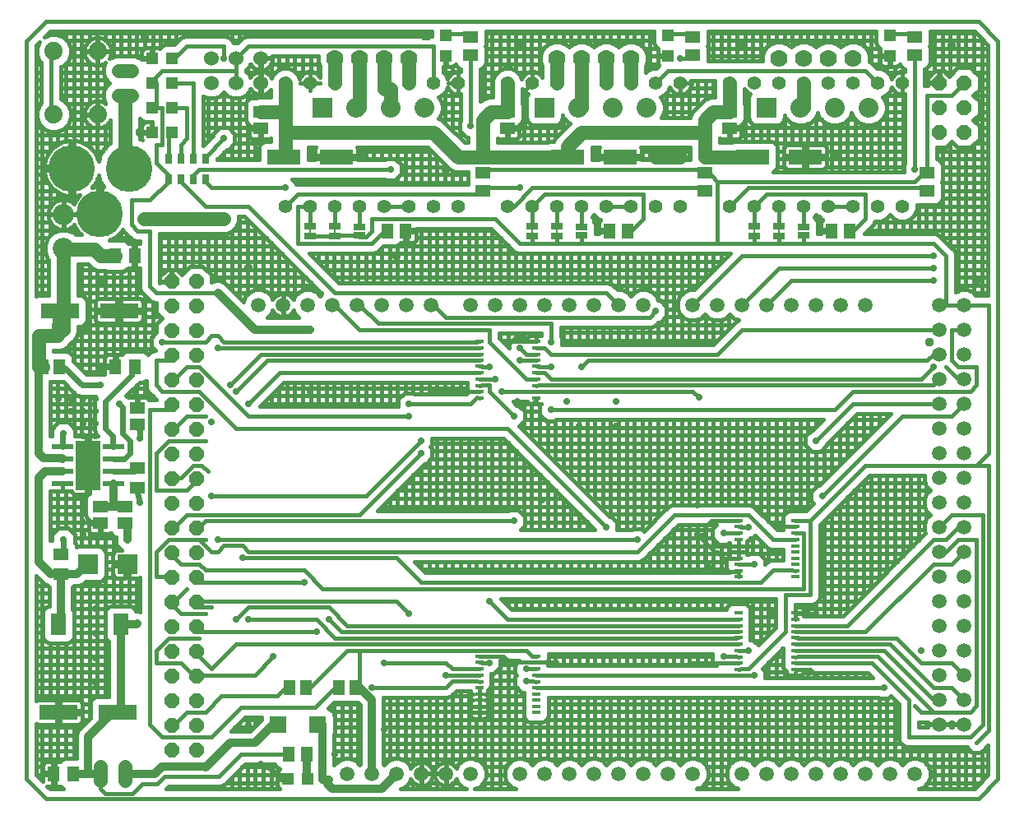
<source format=gtl>
G75*
%MOIN*%
%OFA0B0*%
%FSLAX24Y24*%
%IPPOS*%
%LPD*%
%AMOC8*
5,1,8,0,0,1.08239X$1,22.5*
%
%ADD10C,0.0160*%
%ADD11C,0.0594*%
%ADD12R,0.0472X0.0472*%
%ADD13R,0.0512X0.0591*%
%ADD14C,0.0700*%
%ADD15C,0.0554*%
%ADD16C,0.0600*%
%ADD17R,0.0591X0.0512*%
%ADD18R,0.1378X0.0630*%
%ADD19C,0.1890*%
%ADD20C,0.0560*%
%ADD21R,0.0800X0.0800*%
%ADD22C,0.0800*%
%ADD23C,0.0860*%
%ADD24C,0.0740*%
%ADD25OC8,0.0600*%
%ADD26C,0.0080*%
%ADD27R,0.0500X0.0250*%
%ADD28R,0.0295X0.0433*%
%ADD29R,0.0866X0.0236*%
%ADD30R,0.1000X0.2000*%
%ADD31R,0.0630X0.0512*%
%ADD32R,0.0512X0.0630*%
%ADD33R,0.1575X0.0630*%
%ADD34R,0.0630X0.0866*%
%ADD35R,0.0354X0.0138*%
%ADD36R,0.0787X0.0787*%
%ADD37R,0.0709X0.0669*%
%ADD38OC8,0.0356*%
%ADD39R,0.0356X0.0356*%
%ADD40C,0.0240*%
%ADD41OC8,0.0280*%
%ADD42OC8,0.0240*%
%ADD43C,0.0320*%
D10*
X002145Y001680D02*
X039940Y001680D01*
X040727Y002467D01*
X040727Y032389D01*
X039940Y033176D01*
X002145Y033176D01*
X001357Y032389D01*
X001357Y002467D01*
X002145Y001680D01*
X002310Y002080D02*
X002205Y002185D01*
X002416Y002185D01*
X002416Y002632D01*
X002512Y002632D01*
X002512Y002185D01*
X002723Y002185D01*
X002724Y002184D01*
X002814Y002094D01*
X002847Y002080D01*
X002310Y002080D01*
X002317Y002080D02*
X002317Y002185D01*
X002416Y002320D02*
X002512Y002320D01*
X002637Y002185D02*
X002637Y002080D01*
X002416Y002632D02*
X002028Y002632D01*
X002028Y002363D01*
X001757Y002633D01*
X001757Y004722D01*
X001759Y004721D01*
X001800Y004697D01*
X001845Y004685D01*
X002579Y004685D01*
X002579Y005103D01*
X002734Y005103D01*
X002734Y005257D01*
X003624Y005257D01*
X003624Y005519D01*
X003612Y005564D01*
X003588Y005605D01*
X003554Y005639D01*
X003513Y005663D01*
X003468Y005675D01*
X002734Y005675D01*
X002734Y005257D01*
X002579Y005257D01*
X002579Y005675D01*
X001845Y005675D01*
X001800Y005663D01*
X001759Y005639D01*
X001757Y005638D01*
X001757Y010701D01*
X002079Y010379D01*
X002184Y010336D01*
X002261Y010259D01*
X002277Y010252D01*
X002277Y009484D01*
X002160Y009436D01*
X002070Y009346D01*
X002022Y009228D01*
X002022Y008234D01*
X002070Y008117D01*
X002160Y008027D01*
X002278Y007978D01*
X003035Y007978D01*
X003153Y008027D01*
X003243Y008117D01*
X003291Y008234D01*
X003291Y009228D01*
X003243Y009346D01*
X003237Y009351D01*
X003237Y010252D01*
X003254Y010259D01*
X003301Y010306D01*
X003376Y010306D01*
X003449Y010300D01*
X003470Y010306D01*
X003493Y010306D01*
X003561Y010335D01*
X003631Y010356D01*
X003649Y010371D01*
X003669Y010379D01*
X003721Y010431D01*
X003763Y010466D01*
X004327Y010466D01*
X004445Y010515D01*
X004535Y010605D01*
X004584Y010723D01*
X004584Y011637D01*
X004535Y011755D01*
X004445Y011845D01*
X004327Y011894D01*
X003413Y011894D01*
X003392Y011885D01*
X003392Y011893D01*
X003344Y012011D01*
X003317Y012037D01*
X003317Y012371D01*
X003048Y012640D01*
X002667Y012640D01*
X002397Y012371D01*
X002397Y012150D01*
X002379Y012150D01*
X002337Y012132D01*
X002337Y014143D01*
X002377Y014132D01*
X002834Y014132D01*
X003184Y014132D01*
X003190Y014111D01*
X003213Y014069D01*
X003247Y014036D01*
X003288Y014012D01*
X003334Y014000D01*
X003777Y014000D01*
X003777Y015100D01*
X003587Y015100D01*
X003587Y015112D01*
X003558Y015180D01*
X003587Y015248D01*
X003587Y015260D01*
X003777Y015260D01*
X003777Y015100D01*
X003937Y015100D01*
X003937Y014065D01*
X003881Y014042D01*
X003791Y013952D01*
X003742Y013834D01*
X003742Y013195D01*
X003791Y013077D01*
X003881Y012987D01*
X003882Y012987D01*
X003882Y012893D01*
X004309Y012893D01*
X004309Y012797D01*
X004405Y012797D01*
X004405Y012409D01*
X004676Y012409D01*
X004722Y012422D01*
X004763Y012445D01*
X004772Y012454D01*
X004791Y012408D01*
X004881Y012318D01*
X004977Y012278D01*
X004977Y012085D01*
X004997Y012036D01*
X004997Y011989D01*
X005030Y011956D01*
X005050Y011908D01*
X005185Y011773D01*
X005232Y011754D01*
X005027Y011754D01*
X004982Y011741D01*
X004940Y011718D01*
X004907Y011684D01*
X004883Y011643D01*
X004871Y011597D01*
X004871Y011260D01*
X005365Y011260D01*
X005365Y011100D01*
X005525Y011100D01*
X005525Y010606D01*
X005862Y010606D01*
X005908Y010619D01*
X005949Y010642D01*
X005957Y010651D01*
X005957Y009258D01*
X005953Y009260D01*
X005798Y009260D01*
X005762Y009346D01*
X005672Y009436D01*
X005555Y009484D01*
X004798Y009484D01*
X004680Y009436D01*
X004590Y009346D01*
X004541Y009228D01*
X004541Y008234D01*
X004590Y008117D01*
X004680Y008027D01*
X004696Y008020D01*
X004696Y005815D01*
X004207Y005815D01*
X004089Y005766D01*
X003999Y005676D01*
X003951Y005559D01*
X003951Y004952D01*
X003585Y004587D01*
X003450Y004452D01*
X003377Y004275D01*
X003377Y003315D01*
X002931Y003315D01*
X002814Y003266D01*
X002724Y003176D01*
X002723Y003175D01*
X002512Y003175D01*
X002512Y002728D01*
X002416Y002728D01*
X002416Y003175D01*
X002184Y003175D01*
X002138Y003163D01*
X002097Y003139D01*
X002064Y003105D01*
X002040Y003064D01*
X002028Y003019D01*
X002028Y002728D01*
X002416Y002728D01*
X002416Y002632D01*
X002416Y002640D02*
X001757Y002640D01*
X001757Y002960D02*
X002028Y002960D01*
X002317Y003175D02*
X002317Y004685D01*
X001997Y004685D02*
X001997Y002393D01*
X002317Y002632D02*
X002317Y002728D01*
X002416Y002960D02*
X002512Y002960D01*
X002637Y003175D02*
X002637Y005103D01*
X002734Y005103D02*
X002734Y004685D01*
X003468Y004685D01*
X003513Y004697D01*
X003554Y004721D01*
X003588Y004755D01*
X003612Y004796D01*
X003624Y004841D01*
X003624Y005103D01*
X002734Y005103D01*
X002734Y005200D02*
X003951Y005200D01*
X003917Y004919D02*
X003917Y010466D01*
X004237Y010466D02*
X004237Y005815D01*
X004557Y005815D02*
X004557Y008196D01*
X004627Y008080D02*
X003206Y008080D01*
X003277Y008200D02*
X003277Y005675D01*
X002957Y005675D02*
X002957Y007978D01*
X002637Y007978D02*
X002637Y005257D01*
X002579Y005520D02*
X002734Y005520D01*
X002957Y005257D02*
X002957Y005103D01*
X002734Y004880D02*
X002579Y004880D01*
X002957Y004685D02*
X002957Y003315D01*
X002847Y003280D02*
X001757Y003280D01*
X001757Y003600D02*
X003377Y003600D01*
X003277Y003315D02*
X003277Y004685D01*
X003558Y004560D02*
X001757Y004560D01*
X001757Y004240D02*
X003377Y004240D01*
X003377Y003920D02*
X001757Y003920D01*
X003277Y005103D02*
X003277Y005257D01*
X003597Y005257D02*
X003597Y005103D01*
X003624Y004880D02*
X003878Y004880D01*
X003597Y004771D02*
X003597Y004599D01*
X003585Y004587D02*
X003585Y004587D01*
X003624Y005520D02*
X003951Y005520D01*
X003597Y005589D02*
X003597Y010346D01*
X003526Y010320D02*
X005957Y010320D01*
X005837Y010606D02*
X005837Y009260D01*
X005748Y009360D02*
X005957Y009360D01*
X005957Y009680D02*
X003237Y009680D01*
X003237Y009360D02*
X004604Y009360D01*
X004557Y009267D02*
X004557Y010659D01*
X004549Y010640D02*
X004944Y010640D01*
X004940Y010642D02*
X004982Y010619D01*
X005027Y010606D01*
X005365Y010606D01*
X005365Y011100D01*
X004871Y011100D01*
X004871Y010763D01*
X004883Y010717D01*
X004907Y010676D01*
X004940Y010642D01*
X004877Y010739D02*
X004877Y009484D01*
X005197Y009484D02*
X005197Y010606D01*
X005365Y010640D02*
X005525Y010640D01*
X005525Y010960D02*
X005365Y010960D01*
X005517Y011100D02*
X005517Y009484D01*
X005957Y010000D02*
X003237Y010000D01*
X003277Y010283D02*
X003277Y009262D01*
X003291Y009040D02*
X004541Y009040D01*
X004541Y008720D02*
X003291Y008720D01*
X003291Y008400D02*
X004541Y008400D01*
X004696Y007760D02*
X001757Y007760D01*
X001757Y007440D02*
X004696Y007440D01*
X004696Y007120D02*
X001757Y007120D01*
X001757Y006800D02*
X004696Y006800D01*
X004696Y006480D02*
X001757Y006480D01*
X001757Y006160D02*
X004696Y006160D01*
X004696Y005840D02*
X001757Y005840D01*
X001997Y005675D02*
X001997Y010461D01*
X002200Y010320D02*
X001757Y010320D01*
X001757Y010640D02*
X001818Y010640D01*
X001757Y010000D02*
X002277Y010000D01*
X002277Y009680D02*
X001757Y009680D01*
X001757Y009360D02*
X002085Y009360D01*
X002022Y009040D02*
X001757Y009040D01*
X001757Y008720D02*
X002022Y008720D01*
X002022Y008400D02*
X001757Y008400D01*
X001757Y008080D02*
X002107Y008080D01*
X002317Y007978D02*
X002317Y005675D01*
X004857Y005180D02*
X005058Y005180D01*
X006357Y004680D02*
X006357Y017430D01*
X007107Y017430D01*
X007243Y017637D01*
X006857Y018180D02*
X006607Y018430D01*
X006607Y019430D01*
X007107Y019430D01*
X007243Y019637D01*
X006857Y020180D02*
X008607Y020180D01*
X008857Y020430D01*
X009107Y020430D01*
X009357Y020180D01*
X019607Y020180D01*
X019706Y020198D01*
X019706Y019942D02*
X019607Y019930D01*
X009107Y019930D01*
X008357Y019180D02*
X007857Y019180D01*
X007357Y018680D01*
X007243Y018637D01*
X006857Y018180D02*
X008357Y018180D01*
X009857Y016680D01*
X020857Y016680D01*
X024857Y012680D01*
X025297Y012580D02*
X025297Y012862D01*
X025040Y013120D01*
X024983Y013120D01*
X021326Y016777D01*
X021547Y016998D01*
X021547Y017362D01*
X021290Y017620D01*
X021233Y017620D01*
X021073Y017780D01*
X021662Y017780D01*
X021664Y017774D01*
X021688Y017733D01*
X021721Y017699D01*
X021762Y017676D01*
X021808Y017663D01*
X022009Y017663D01*
X022210Y017663D01*
X022222Y017667D01*
X022167Y017612D01*
X022167Y017248D01*
X022425Y016990D01*
X022790Y016990D01*
X022830Y017030D01*
X033642Y017030D01*
X033232Y016620D01*
X033175Y016620D01*
X032917Y016362D01*
X032917Y015998D01*
X033175Y015740D01*
X033540Y015740D01*
X033797Y015998D01*
X033797Y016054D01*
X035023Y017280D01*
X036392Y017280D01*
X033482Y014370D01*
X033425Y014370D01*
X033167Y014112D01*
X033167Y013748D01*
X033263Y013652D01*
X032942Y013330D01*
X032766Y013330D01*
X032750Y013337D01*
X032606Y013337D01*
X032501Y013355D01*
X032415Y013337D01*
X032268Y013337D01*
X032150Y013288D01*
X032060Y013198D01*
X032012Y013080D01*
X032012Y012815D01*
X032060Y012698D01*
X032066Y012692D01*
X032060Y012686D01*
X032016Y012580D01*
X031773Y012580D01*
X030946Y013407D01*
X030834Y013519D01*
X030687Y013580D01*
X027528Y013580D01*
X027381Y013519D01*
X027268Y013407D01*
X027268Y013407D01*
X026386Y012524D01*
X026290Y012620D01*
X025925Y012620D01*
X025885Y012580D01*
X025297Y012580D01*
X025357Y012580D02*
X025357Y017030D01*
X025037Y017030D02*
X025037Y013120D01*
X024903Y013200D02*
X027062Y013200D01*
X026957Y013096D02*
X026957Y017030D01*
X026637Y017030D02*
X026637Y012776D01*
X026742Y012880D02*
X025280Y012880D01*
X025677Y012580D02*
X025677Y017030D01*
X025997Y017030D02*
X025997Y012620D01*
X026317Y012592D02*
X026317Y017030D01*
X027277Y017030D02*
X027277Y013416D01*
X027383Y013520D02*
X024583Y013520D01*
X024717Y013386D02*
X024717Y017030D01*
X024397Y017030D02*
X024397Y013706D01*
X024263Y013840D02*
X033167Y013840D01*
X033132Y013520D02*
X030832Y013520D01*
X030797Y013534D02*
X030797Y017030D01*
X030477Y017030D02*
X030477Y013580D01*
X030757Y013580D02*
X028557Y013580D01*
X028557Y017030D01*
X028237Y017030D02*
X028237Y013580D01*
X027917Y013580D02*
X027917Y017030D01*
X027597Y017030D02*
X027597Y013580D01*
X027607Y013180D02*
X026107Y011680D01*
X010357Y011680D01*
X010107Y011930D01*
X009357Y011930D01*
X009107Y011680D01*
X008857Y011680D01*
X008357Y012180D01*
X008607Y012180D01*
X008357Y012180D02*
X007107Y012180D01*
X006607Y011680D01*
X006607Y010680D01*
X007107Y010680D01*
X007243Y010637D01*
X007857Y010180D02*
X007357Y009680D01*
X007243Y009637D01*
X007357Y009430D01*
X007607Y009180D01*
X008607Y009180D01*
X008357Y009430D02*
X008243Y009637D01*
X008357Y009680D01*
X016357Y009680D01*
X016857Y009180D01*
X017357Y010430D02*
X016357Y011430D01*
X010107Y011430D01*
X009107Y012180D02*
X026107Y012180D01*
X026350Y012560D02*
X026422Y012560D01*
X026957Y011964D02*
X026957Y010830D01*
X026637Y010830D02*
X026637Y011644D01*
X026593Y011600D02*
X029849Y011600D01*
X029849Y011576D02*
X029858Y011540D01*
X029852Y011516D01*
X029847Y011514D01*
X029757Y011424D01*
X029709Y011307D01*
X029709Y011042D01*
X029757Y010924D01*
X029847Y010834D01*
X029849Y010833D01*
X029849Y010830D01*
X017523Y010830D01*
X017073Y011280D01*
X026187Y011280D01*
X029709Y011280D01*
X029625Y011412D02*
X029357Y011680D01*
X029257Y011680D01*
X028557Y012380D01*
X028857Y012380D01*
X028857Y011280D01*
X029257Y010880D01*
X030168Y010880D01*
X030206Y010918D01*
X030206Y010662D01*
X029837Y010830D02*
X029837Y010844D01*
X029742Y010960D02*
X017393Y010960D01*
X017357Y010996D02*
X017357Y011280D01*
X017677Y011280D02*
X017677Y010830D01*
X017997Y010830D02*
X017997Y011280D01*
X018317Y011280D02*
X018317Y010830D01*
X018637Y010830D02*
X018637Y011280D01*
X018957Y011280D02*
X018957Y010830D01*
X019277Y010830D02*
X019277Y011280D01*
X019597Y011280D02*
X019597Y010830D01*
X019917Y010830D02*
X019917Y011280D01*
X020237Y011280D02*
X020237Y010830D01*
X020557Y010830D02*
X020557Y011280D01*
X020877Y011280D02*
X020877Y010830D01*
X021197Y010830D02*
X021197Y011280D01*
X021517Y011280D02*
X021517Y010830D01*
X021837Y010830D02*
X021837Y011280D01*
X022157Y011280D02*
X022157Y010830D01*
X022477Y010830D02*
X022477Y011280D01*
X022797Y011280D02*
X022797Y010830D01*
X023117Y010830D02*
X023117Y011280D01*
X023437Y011280D02*
X023437Y010830D01*
X023757Y010830D02*
X023757Y011280D01*
X024077Y011280D02*
X024077Y010830D01*
X024397Y010830D02*
X024397Y011280D01*
X024717Y011280D02*
X024717Y010830D01*
X025037Y010830D02*
X025037Y011280D01*
X025357Y011280D02*
X025357Y010830D01*
X025677Y010830D02*
X025677Y011280D01*
X025997Y011280D02*
X025997Y010830D01*
X026317Y010830D02*
X026317Y011334D01*
X026334Y011341D02*
X026187Y011280D01*
X026334Y011341D02*
X026446Y011453D01*
X026446Y011453D01*
X027773Y012780D01*
X029335Y012780D01*
X029167Y012612D01*
X029167Y012248D01*
X029425Y011990D01*
X029790Y011990D01*
X029830Y012030D01*
X029852Y012030D01*
X029849Y012017D01*
X029849Y011924D01*
X029849Y011831D01*
X029858Y011796D01*
X029849Y011761D01*
X029849Y011668D01*
X029849Y011576D01*
X029837Y011504D02*
X029837Y012030D01*
X029849Y011924D02*
X030206Y011924D01*
X030206Y011924D01*
X030563Y011924D01*
X030563Y011831D01*
X030553Y011796D01*
X030563Y011761D01*
X030563Y011668D01*
X030206Y011668D01*
X030206Y011668D01*
X030563Y011668D01*
X030563Y011580D01*
X030635Y011580D01*
X030675Y011620D01*
X031040Y011620D01*
X031297Y011362D01*
X031297Y011186D01*
X031381Y011269D01*
X031528Y011330D01*
X032012Y011330D01*
X032012Y011780D01*
X031528Y011780D01*
X031381Y011841D01*
X030886Y012336D01*
X030790Y012240D01*
X030982Y012240D01*
X030797Y012248D02*
X030797Y011620D01*
X030655Y011600D02*
X030563Y011600D01*
X030477Y011668D02*
X030477Y011668D01*
X030477Y011924D02*
X030477Y011924D01*
X030563Y011924D02*
X030563Y012017D01*
X030553Y012052D01*
X030563Y012087D01*
X030563Y012095D01*
X030564Y012096D01*
X030654Y012186D01*
X030677Y012240D01*
X030790Y012240D01*
X031117Y012104D02*
X031117Y011542D01*
X031060Y011600D02*
X032012Y011600D01*
X031757Y011780D02*
X031757Y011330D01*
X031437Y011293D02*
X031437Y011817D01*
X031302Y011920D02*
X030563Y011920D01*
X030563Y011924D02*
X030206Y011924D01*
X030206Y011668D01*
X030206Y011924D01*
X030206Y011924D01*
X030206Y012180D01*
X030206Y011924D02*
X030206Y011924D01*
X030206Y011675D01*
X030206Y011668D01*
X030206Y011412D01*
X029625Y011412D01*
X029849Y011668D02*
X030206Y011668D01*
X030206Y011668D01*
X030206Y011668D01*
X029849Y011668D01*
X029849Y011920D02*
X026913Y011920D01*
X027233Y012240D02*
X029175Y012240D01*
X029197Y012218D02*
X029197Y010830D01*
X028877Y010830D02*
X028877Y012780D01*
X028857Y012680D02*
X028857Y012380D01*
X028857Y012680D02*
X029125Y012948D01*
X030206Y012948D01*
X030206Y012692D02*
X030357Y012680D01*
X030607Y012680D01*
X030206Y012436D02*
X030107Y012430D01*
X029607Y012430D01*
X029167Y012560D02*
X027553Y012560D01*
X027597Y012604D02*
X027597Y010830D01*
X027277Y010830D02*
X027277Y012284D01*
X027917Y012780D02*
X027917Y010830D01*
X028237Y010830D02*
X028237Y012780D01*
X028557Y012780D02*
X028557Y010830D01*
X029517Y010830D02*
X029517Y011990D01*
X029849Y011924D02*
X030206Y011924D01*
X030206Y011920D02*
X030206Y011920D01*
X030157Y011924D02*
X030157Y011924D01*
X030157Y011668D02*
X030157Y011668D01*
X030206Y011174D02*
X030357Y011180D01*
X030857Y011180D01*
X031297Y011280D02*
X031407Y011280D01*
X031607Y010930D02*
X031107Y010430D01*
X017357Y010430D01*
X020107Y009680D02*
X020857Y008930D01*
X030107Y008930D01*
X030206Y008942D01*
X030206Y008686D02*
X030107Y008680D01*
X014357Y008680D01*
X013607Y009430D01*
X010357Y009430D01*
X009857Y008930D01*
X010357Y008930D02*
X013107Y008930D01*
X013857Y008180D01*
X030107Y008180D01*
X030206Y008192D01*
X030206Y008448D02*
X030107Y008430D01*
X014107Y008430D01*
X013607Y008930D01*
X013107Y008430D02*
X008357Y008430D01*
X008243Y008637D01*
X008357Y008180D02*
X007107Y008180D01*
X006607Y007680D01*
X006607Y007180D01*
X007607Y007180D01*
X008107Y006680D01*
X008243Y006637D01*
X008357Y006680D01*
X010607Y006680D01*
X011357Y007430D01*
X011857Y006180D02*
X012023Y006180D01*
X011857Y006180D02*
X011507Y005830D01*
X009257Y005830D01*
X008607Y005180D01*
X007857Y005180D01*
X007357Y004680D01*
X007243Y004637D01*
X006857Y004180D02*
X006357Y004680D01*
X006857Y004180D02*
X008857Y004180D01*
X010057Y005380D01*
X013057Y005380D01*
X013857Y006180D01*
X014023Y006180D01*
X014157Y005565D02*
X014157Y003265D01*
X014194Y003280D02*
X013837Y003280D01*
X014008Y003203D02*
X013837Y003032D01*
X013837Y004278D01*
X013839Y004282D01*
X013839Y005078D01*
X013790Y005196D01*
X013700Y005286D01*
X013582Y005335D01*
X013578Y005335D01*
X013808Y005565D01*
X014342Y005565D01*
X014357Y005571D01*
X014372Y005565D01*
X014794Y005565D01*
X014877Y005481D01*
X014877Y003072D01*
X014857Y003052D01*
X014707Y003203D01*
X014480Y003297D01*
X014235Y003297D01*
X014008Y003203D01*
X013837Y003032D02*
X013837Y004278D01*
X013837Y004240D02*
X014877Y004240D01*
X014877Y003920D02*
X013837Y003920D01*
X013837Y003600D02*
X014877Y003600D01*
X014877Y003280D02*
X014521Y003280D01*
X014477Y003297D02*
X014477Y005565D01*
X014797Y005561D02*
X014797Y003112D01*
X015837Y003072D02*
X015837Y005775D01*
X015835Y005780D01*
X018437Y005780D01*
X018584Y005841D01*
X018696Y005953D01*
X018773Y006030D01*
X019355Y006030D01*
X019349Y006005D01*
X019349Y005912D01*
X019349Y005820D01*
X019356Y005793D01*
X019349Y005767D01*
X019349Y005674D01*
X019349Y005581D01*
X019358Y005546D01*
X019349Y005511D01*
X019349Y005418D01*
X019349Y005326D01*
X019358Y005290D01*
X019349Y005255D01*
X019349Y005162D01*
X019349Y005070D01*
X019361Y005024D01*
X019385Y004983D01*
X019418Y004949D01*
X019459Y004926D01*
X019505Y004913D01*
X019706Y004913D01*
X019907Y004913D01*
X019952Y004926D01*
X019993Y004949D01*
X020027Y004983D01*
X020051Y005024D01*
X020063Y005070D01*
X020063Y005162D01*
X019706Y005162D01*
X019706Y005162D01*
X019706Y004913D01*
X019706Y005162D01*
X019706Y005162D01*
X020063Y005162D01*
X020063Y005255D01*
X020053Y005290D01*
X020063Y005326D01*
X020063Y005418D01*
X019706Y005418D01*
X019706Y005418D01*
X019706Y005162D01*
X019706Y005162D01*
X019349Y005162D01*
X019706Y005162D01*
X019706Y005162D01*
X019706Y005411D01*
X019706Y005418D01*
X019706Y005418D01*
X020063Y005418D01*
X020063Y005511D01*
X020053Y005546D01*
X020063Y005581D01*
X020063Y005674D01*
X019947Y005674D01*
X020063Y005674D01*
X020063Y005767D01*
X020056Y005793D01*
X020063Y005820D01*
X020063Y005912D01*
X019947Y005912D01*
X019947Y005912D01*
X020063Y005912D01*
X020063Y006005D01*
X020053Y006040D01*
X020063Y006076D01*
X020063Y006083D01*
X020064Y006084D01*
X020154Y006174D01*
X020203Y006292D01*
X020203Y006740D01*
X020290Y006740D01*
X020547Y006998D01*
X020547Y007280D01*
X021335Y007280D01*
X021167Y007112D01*
X021167Y006748D01*
X021235Y006680D01*
X021167Y006612D01*
X021167Y006248D01*
X021425Y005990D01*
X021512Y005990D01*
X021512Y005030D01*
X021560Y004912D01*
X021650Y004822D01*
X021768Y004773D01*
X022250Y004773D01*
X022367Y004822D01*
X022457Y004912D01*
X022506Y005030D01*
X022506Y005780D01*
X035885Y005780D01*
X035925Y005740D01*
X036290Y005740D01*
X036386Y005836D01*
X036707Y005514D01*
X036707Y004100D01*
X036768Y003953D01*
X036881Y003841D01*
X037028Y003780D01*
X039486Y003780D01*
X039518Y003703D01*
X039631Y003591D01*
X039778Y003530D01*
X039937Y003530D01*
X040084Y003591D01*
X040327Y003834D01*
X040327Y002633D01*
X039774Y002080D01*
X037521Y002080D01*
X037707Y002157D01*
X037880Y002331D01*
X037974Y002557D01*
X037974Y002803D01*
X037880Y003029D01*
X037707Y003203D01*
X037480Y003297D01*
X037235Y003297D01*
X037008Y003203D01*
X036857Y003052D01*
X036707Y003203D01*
X036480Y003297D01*
X036235Y003297D01*
X036008Y003203D01*
X035857Y003052D01*
X035707Y003203D01*
X035480Y003297D01*
X035235Y003297D01*
X035008Y003203D01*
X034857Y003052D01*
X034707Y003203D01*
X034480Y003297D01*
X034235Y003297D01*
X034008Y003203D01*
X033857Y003052D01*
X033707Y003203D01*
X033480Y003297D01*
X033235Y003297D01*
X033008Y003203D01*
X032857Y003052D01*
X032707Y003203D01*
X032480Y003297D01*
X032235Y003297D01*
X032008Y003203D01*
X031857Y003052D01*
X031707Y003203D01*
X031480Y003297D01*
X031235Y003297D01*
X031008Y003203D01*
X030857Y003052D01*
X030707Y003203D01*
X030480Y003297D01*
X030235Y003297D01*
X030008Y003203D01*
X029834Y003029D01*
X029740Y002803D01*
X029740Y002557D01*
X029834Y002331D01*
X030008Y002157D01*
X030194Y002080D01*
X028521Y002080D01*
X028707Y002157D01*
X028880Y002331D01*
X028974Y002557D01*
X028974Y002803D01*
X028880Y003029D01*
X028707Y003203D01*
X028480Y003297D01*
X028235Y003297D01*
X028008Y003203D01*
X027857Y003052D01*
X027707Y003203D01*
X027480Y003297D01*
X027235Y003297D01*
X027008Y003203D01*
X026857Y003052D01*
X026707Y003203D01*
X026480Y003297D01*
X026235Y003297D01*
X026008Y003203D01*
X025857Y003052D01*
X025707Y003203D01*
X025480Y003297D01*
X025235Y003297D01*
X025008Y003203D01*
X024857Y003052D01*
X024707Y003203D01*
X024480Y003297D01*
X024235Y003297D01*
X024008Y003203D01*
X023857Y003052D01*
X023707Y003203D01*
X023480Y003297D01*
X023235Y003297D01*
X023008Y003203D01*
X022857Y003052D01*
X022707Y003203D01*
X022480Y003297D01*
X022235Y003297D01*
X022008Y003203D01*
X021857Y003052D01*
X021707Y003203D01*
X021480Y003297D01*
X021235Y003297D01*
X021008Y003203D01*
X020834Y003029D01*
X020740Y002803D01*
X020740Y002557D01*
X020834Y002331D01*
X021008Y002157D01*
X021194Y002080D01*
X019521Y002080D01*
X019707Y002157D01*
X019880Y002331D01*
X019974Y002557D01*
X019974Y002803D01*
X019880Y003029D01*
X019707Y003203D01*
X019480Y003297D01*
X019235Y003297D01*
X019008Y003203D01*
X018834Y003029D01*
X018781Y002900D01*
X018765Y002930D01*
X018721Y002991D01*
X018668Y003044D01*
X018607Y003088D01*
X018540Y003122D01*
X018469Y003145D01*
X018395Y003157D01*
X018376Y003157D01*
X018376Y002698D01*
X018339Y002698D01*
X018339Y002662D01*
X017880Y002662D01*
X017880Y002642D01*
X017892Y002568D01*
X017915Y002497D01*
X017949Y002430D01*
X017994Y002369D01*
X018047Y002316D01*
X018107Y002272D01*
X018174Y002238D01*
X018246Y002215D01*
X018320Y002203D01*
X018339Y002203D01*
X018339Y002662D01*
X018376Y002662D01*
X018376Y002203D01*
X018395Y002203D01*
X018469Y002215D01*
X018540Y002238D01*
X018607Y002272D01*
X018668Y002316D01*
X018721Y002369D01*
X018765Y002430D01*
X018781Y002460D01*
X018834Y002331D01*
X019008Y002157D01*
X019194Y002080D01*
X016521Y002080D01*
X016707Y002157D01*
X016880Y002331D01*
X016934Y002460D01*
X016949Y002430D01*
X016994Y002369D01*
X017047Y002316D01*
X017107Y002272D01*
X017174Y002238D01*
X017246Y002215D01*
X017320Y002203D01*
X017339Y002203D01*
X017339Y002662D01*
X017376Y002662D01*
X017376Y002698D01*
X017834Y002698D01*
X017834Y002718D01*
X017822Y002792D01*
X017799Y002863D01*
X017765Y002930D01*
X017721Y002991D01*
X017668Y003044D01*
X017607Y003088D01*
X017540Y003122D01*
X017469Y003145D01*
X017395Y003157D01*
X017376Y003157D01*
X017376Y002698D01*
X017339Y002698D01*
X017339Y003157D01*
X017320Y003157D01*
X017246Y003145D01*
X017174Y003122D01*
X017107Y003088D01*
X017047Y003044D01*
X016994Y002991D01*
X016949Y002930D01*
X016934Y002900D01*
X016880Y003029D01*
X016707Y003203D01*
X016480Y003297D01*
X016235Y003297D01*
X016008Y003203D01*
X015857Y003052D01*
X015837Y003072D01*
X015837Y003280D02*
X016194Y003280D01*
X016077Y003232D02*
X016077Y005780D01*
X016397Y005780D02*
X016397Y003297D01*
X016521Y003280D02*
X019194Y003280D01*
X019277Y003297D02*
X019277Y006030D01*
X019349Y005912D02*
X019465Y005912D01*
X019465Y005912D01*
X019349Y005912D01*
X019349Y005840D02*
X018582Y005840D01*
X018637Y005894D02*
X018637Y003066D01*
X018743Y002960D02*
X018806Y002960D01*
X018957Y003152D02*
X018957Y006030D01*
X019349Y005674D02*
X019465Y005674D01*
X019349Y005674D01*
X019465Y005674D02*
X019465Y005674D01*
X019351Y005520D02*
X015837Y005520D01*
X015837Y005200D02*
X019349Y005200D01*
X019349Y005418D02*
X019706Y005418D01*
X019706Y005418D01*
X019706Y005674D01*
X019706Y005674D01*
X019706Y005674D01*
X019706Y005912D01*
X019706Y005912D01*
X019706Y005674D01*
X019706Y005667D01*
X019706Y005418D01*
X019706Y005418D01*
X019349Y005418D01*
X019597Y005418D02*
X019597Y005418D01*
X019706Y005520D02*
X019706Y005520D01*
X019917Y005418D02*
X019917Y005418D01*
X020060Y005520D02*
X021512Y005520D01*
X021512Y005840D02*
X020063Y005840D01*
X019947Y005674D02*
X019947Y005674D01*
X019706Y005840D02*
X019706Y005840D01*
X019706Y005912D02*
X019706Y006168D01*
X019706Y006424D02*
X019607Y006430D01*
X018607Y006430D01*
X018357Y006180D01*
X015357Y006180D01*
X014857Y006180D02*
X014857Y007680D01*
X021607Y007680D01*
X021857Y007430D01*
X022009Y007448D01*
X022009Y007192D02*
X020945Y007192D01*
X020690Y007448D01*
X019706Y007448D01*
X019706Y007192D02*
X019857Y007180D01*
X020107Y007180D01*
X020547Y007120D02*
X021175Y007120D01*
X021197Y007142D02*
X021197Y007280D01*
X020877Y007280D02*
X020877Y003072D01*
X020806Y002960D02*
X019909Y002960D01*
X019917Y002940D02*
X019917Y004916D01*
X019917Y005162D02*
X019917Y005162D01*
X020063Y005200D02*
X021512Y005200D01*
X021517Y005016D02*
X021517Y003281D01*
X021521Y003280D02*
X022194Y003280D01*
X022157Y003265D02*
X022157Y004773D01*
X022425Y004880D02*
X036707Y004880D01*
X036707Y004560D02*
X015837Y004560D01*
X015837Y004240D02*
X036707Y004240D01*
X036802Y003920D02*
X015837Y003920D01*
X015837Y003600D02*
X039622Y003600D01*
X039757Y003538D02*
X039757Y002080D01*
X039437Y002080D02*
X039437Y003780D01*
X039117Y003780D02*
X039117Y002080D01*
X038797Y002080D02*
X038797Y003780D01*
X038477Y003780D02*
X038477Y002080D01*
X038157Y002080D02*
X038157Y003780D01*
X037837Y003780D02*
X037837Y003072D01*
X037909Y002960D02*
X040327Y002960D01*
X040327Y002640D02*
X037974Y002640D01*
X037870Y002320D02*
X040014Y002320D01*
X040077Y002383D02*
X040077Y003588D01*
X040093Y003600D02*
X040327Y003600D01*
X040327Y003280D02*
X037521Y003280D01*
X037517Y003281D02*
X037517Y003780D01*
X037197Y003780D02*
X037197Y003281D01*
X037194Y003280D02*
X036521Y003280D01*
X036557Y003265D02*
X036557Y005664D01*
X036702Y005520D02*
X022506Y005520D01*
X022506Y005200D02*
X036707Y005200D01*
X037107Y005680D02*
X037107Y004180D01*
X039607Y004180D01*
X040107Y004680D01*
X040107Y013180D01*
X038857Y013180D01*
X038357Y012680D01*
X038107Y012180D02*
X034607Y008680D01*
X032607Y008680D01*
X032509Y008686D01*
X032509Y008448D02*
X032607Y008430D01*
X035357Y008430D01*
X038107Y011180D01*
X038857Y011180D01*
X039357Y011680D01*
X039107Y012180D02*
X038607Y011680D01*
X038357Y011680D01*
X038607Y012180D02*
X038107Y012180D01*
X037793Y012431D02*
X037740Y012557D01*
X037740Y012803D01*
X037834Y013029D01*
X037985Y013180D01*
X037834Y013331D01*
X037740Y013557D01*
X037740Y013803D01*
X037834Y014029D01*
X037985Y014180D01*
X037834Y014331D01*
X037740Y014557D01*
X037740Y014780D01*
X035523Y014780D01*
X033507Y012764D01*
X033507Y009850D01*
X033446Y009703D01*
X033334Y009591D01*
X033187Y009530D01*
X032507Y009530D01*
X032507Y009447D01*
X032509Y009447D01*
X032509Y009198D01*
X032509Y009198D01*
X032866Y009198D01*
X032866Y009290D01*
X032854Y009336D01*
X032830Y009377D01*
X032797Y009411D01*
X032756Y009434D01*
X032710Y009447D01*
X032509Y009447D01*
X032509Y009198D01*
X032509Y009198D01*
X032527Y009180D01*
X032527Y008960D01*
X032509Y008942D01*
X032527Y009180D02*
X033357Y009180D01*
X033357Y009080D02*
X033357Y009614D01*
X033423Y009680D02*
X035042Y009680D01*
X034957Y009596D02*
X034957Y014214D01*
X034903Y014160D02*
X037965Y014160D01*
X037837Y014032D02*
X037837Y014328D01*
X037772Y014480D02*
X035223Y014480D01*
X035277Y014534D02*
X035277Y009916D01*
X035362Y010000D02*
X033507Y010000D01*
X033507Y010320D02*
X035682Y010320D01*
X035597Y010236D02*
X035597Y014780D01*
X035917Y014780D02*
X035917Y010556D01*
X036002Y010640D02*
X033507Y010640D01*
X033507Y010960D02*
X036322Y010960D01*
X036237Y010876D02*
X036237Y014780D01*
X036557Y014780D02*
X036557Y011196D01*
X036642Y011280D02*
X033507Y011280D01*
X033507Y011600D02*
X036962Y011600D01*
X036877Y011516D02*
X036877Y014780D01*
X037197Y014780D02*
X037197Y011836D01*
X037282Y011920D02*
X033507Y011920D01*
X033507Y012240D02*
X037602Y012240D01*
X037517Y012156D02*
X037517Y014780D01*
X037756Y013840D02*
X034583Y013840D01*
X034637Y013894D02*
X034637Y009276D01*
X034722Y009360D02*
X032840Y009360D01*
X032717Y009445D02*
X032717Y009530D01*
X032509Y009360D02*
X032509Y009360D01*
X032509Y009198D02*
X032866Y009198D01*
X032866Y009105D01*
X032859Y009080D01*
X034442Y009080D01*
X037793Y012431D01*
X037740Y012560D02*
X033507Y012560D01*
X033623Y012880D02*
X037772Y012880D01*
X037837Y013032D02*
X037837Y013328D01*
X037965Y013200D02*
X033943Y013200D01*
X033997Y013254D02*
X033997Y009080D01*
X033677Y009080D02*
X033677Y012934D01*
X033107Y012930D02*
X035357Y015180D01*
X039857Y015180D01*
X040357Y015180D01*
X040357Y004430D01*
X039857Y003930D01*
X039339Y004662D02*
X038880Y004662D01*
X038880Y004642D01*
X038890Y004580D01*
X038824Y004580D01*
X038834Y004642D01*
X038834Y004662D01*
X038376Y004662D01*
X038376Y004698D01*
X038834Y004698D01*
X038834Y004718D01*
X038824Y004780D01*
X038890Y004780D01*
X038880Y004718D01*
X038880Y004698D01*
X039339Y004698D01*
X039339Y004662D01*
X039117Y004662D02*
X039117Y004698D01*
X038797Y004698D02*
X038797Y004662D01*
X038477Y004662D02*
X038477Y004698D01*
X038339Y004698D02*
X038339Y004662D01*
X037880Y004662D01*
X037880Y004642D01*
X037890Y004580D01*
X037507Y004580D01*
X037507Y004788D01*
X037528Y004780D01*
X037890Y004780D01*
X037880Y004718D01*
X037880Y004698D01*
X038339Y004698D01*
X038157Y004698D02*
X038157Y004662D01*
X037837Y004580D02*
X037837Y004780D01*
X037517Y004784D02*
X037517Y004580D01*
X037607Y005180D02*
X037357Y005430D01*
X037107Y005680D02*
X035607Y007180D01*
X032607Y007180D01*
X032509Y007168D01*
X032509Y006912D02*
X033125Y006912D01*
X033357Y006680D01*
X033357Y006580D02*
X033357Y006780D01*
X033037Y006780D02*
X033037Y006580D01*
X032830Y006733D02*
X032854Y006774D01*
X032855Y006780D01*
X035442Y006780D01*
X035642Y006580D01*
X031297Y006580D01*
X031297Y006862D01*
X031201Y006958D01*
X032012Y007769D01*
X032012Y007547D01*
X032012Y007036D01*
X032060Y006918D01*
X032150Y006828D01*
X032152Y006827D01*
X032152Y006820D01*
X032164Y006774D01*
X032188Y006733D01*
X032221Y006699D01*
X032262Y006676D01*
X032308Y006663D01*
X032509Y006663D01*
X032710Y006663D01*
X032756Y006676D01*
X032797Y006699D01*
X032830Y006733D01*
X032717Y006665D02*
X032717Y006580D01*
X032509Y006663D02*
X032509Y006765D01*
X032509Y006765D01*
X032509Y006663D01*
X032397Y006663D02*
X032397Y006580D01*
X032077Y006580D02*
X032077Y006901D01*
X032157Y006800D02*
X031297Y006800D01*
X031437Y006580D02*
X031437Y007194D01*
X031363Y007120D02*
X032012Y007120D01*
X032012Y007440D02*
X031683Y007440D01*
X031757Y007514D02*
X031757Y006580D01*
X030857Y006680D02*
X022009Y006680D01*
X022009Y006424D02*
X021857Y006430D01*
X021607Y006430D01*
X021255Y006160D02*
X020140Y006160D01*
X020203Y006480D02*
X021167Y006480D01*
X021197Y006642D02*
X021197Y006718D01*
X021167Y006800D02*
X020350Y006800D01*
X020237Y006740D02*
X020237Y002080D01*
X019917Y002080D02*
X019917Y002420D01*
X019870Y002320D02*
X020845Y002320D01*
X020877Y002288D02*
X020877Y002080D01*
X020557Y002080D02*
X020557Y007280D01*
X019706Y006936D02*
X019607Y006930D01*
X018607Y006930D01*
X018357Y007180D01*
X015857Y007180D01*
X014857Y007680D02*
X014357Y007680D01*
X012857Y006180D01*
X012692Y006180D01*
X013763Y005520D02*
X014838Y005520D01*
X014877Y005200D02*
X013786Y005200D01*
X013837Y005082D02*
X013837Y005565D01*
X013839Y004880D02*
X014877Y004880D01*
X014877Y004560D02*
X013839Y004560D01*
X013357Y004680D02*
X013164Y004680D01*
X011983Y003480D02*
X010057Y003480D01*
X009157Y002580D01*
X006957Y002580D01*
X006657Y002280D01*
X006057Y002280D01*
X005657Y001880D01*
X004557Y001880D01*
X004357Y002080D01*
X004357Y002680D01*
X003357Y002680D02*
X003251Y002680D01*
X007023Y002080D02*
X007123Y002180D01*
X009237Y002180D01*
X009384Y002241D01*
X010223Y003080D01*
X011424Y003080D01*
X011456Y003003D01*
X011546Y002913D01*
X011629Y002879D01*
X011597Y002860D01*
X011564Y002827D01*
X011540Y002786D01*
X011528Y002740D01*
X011528Y002518D01*
X011906Y002518D01*
X011906Y002442D01*
X011528Y002442D01*
X011528Y002220D01*
X011540Y002174D01*
X011564Y002133D01*
X011597Y002100D01*
X011631Y002080D01*
X007023Y002080D01*
X007117Y002080D02*
X007117Y002174D01*
X007437Y002180D02*
X007437Y002080D01*
X007757Y002080D02*
X007757Y002180D01*
X008077Y002180D02*
X008077Y002080D01*
X008397Y002080D02*
X008397Y002180D01*
X008717Y002180D02*
X008717Y002080D01*
X009037Y002080D02*
X009037Y002180D01*
X009357Y002230D02*
X009357Y002080D01*
X009463Y002320D02*
X011528Y002320D01*
X011597Y002442D02*
X011597Y002518D01*
X011528Y002640D02*
X009783Y002640D01*
X009677Y002534D02*
X009677Y002080D01*
X009997Y002080D02*
X009997Y002854D01*
X010103Y002960D02*
X011500Y002960D01*
X011597Y002892D02*
X011597Y002860D01*
X011277Y003080D02*
X011277Y002080D01*
X010957Y002080D02*
X010957Y003080D01*
X010857Y003080D02*
X011944Y002480D01*
X011597Y002100D02*
X011597Y002080D01*
X010637Y002080D02*
X010637Y003080D01*
X010317Y003080D02*
X010317Y002080D01*
X008607Y002930D02*
X008557Y002980D01*
X009653Y004410D02*
X010223Y004980D01*
X010876Y004980D01*
X010876Y004877D01*
X010408Y004410D01*
X009653Y004410D01*
X009677Y004410D02*
X009677Y004434D01*
X009803Y004560D02*
X010558Y004560D01*
X010637Y004639D02*
X010637Y004980D01*
X010876Y004880D02*
X010123Y004880D01*
X009997Y004754D02*
X009997Y004410D01*
X010317Y004410D02*
X010317Y004980D01*
X011357Y004680D02*
X011550Y004680D01*
X012731Y002719D02*
X012771Y002480D01*
X015837Y004880D02*
X021593Y004880D01*
X021837Y004773D02*
X021837Y003072D01*
X021197Y003281D02*
X021197Y006218D01*
X022009Y006168D02*
X022107Y006180D01*
X036107Y006180D01*
X036237Y005740D02*
X036237Y003297D01*
X036194Y003280D02*
X035521Y003280D01*
X035597Y003248D02*
X035597Y005780D01*
X035277Y005780D02*
X035277Y003297D01*
X035194Y003280D02*
X034521Y003280D01*
X034637Y003232D02*
X034637Y005780D01*
X034317Y005780D02*
X034317Y003297D01*
X034194Y003280D02*
X033521Y003280D01*
X033357Y003297D02*
X033357Y005780D01*
X033037Y005780D02*
X033037Y003215D01*
X033194Y003280D02*
X032521Y003280D01*
X032397Y003297D02*
X032397Y005780D01*
X032077Y005780D02*
X032077Y003232D01*
X032194Y003280D02*
X031521Y003280D01*
X031437Y003297D02*
X031437Y005780D01*
X031117Y005780D02*
X031117Y003248D01*
X031194Y003280D02*
X030521Y003280D01*
X030477Y003297D02*
X030477Y005780D01*
X030157Y005780D02*
X030157Y003265D01*
X030194Y003280D02*
X028521Y003280D01*
X028557Y003265D02*
X028557Y005780D01*
X028237Y005780D02*
X028237Y003297D01*
X028194Y003280D02*
X027521Y003280D01*
X027597Y003248D02*
X027597Y005780D01*
X027277Y005780D02*
X027277Y003297D01*
X027194Y003280D02*
X026521Y003280D01*
X026637Y003232D02*
X026637Y005780D01*
X026317Y005780D02*
X026317Y003297D01*
X026194Y003280D02*
X025521Y003280D01*
X025357Y003297D02*
X025357Y005780D01*
X025037Y005780D02*
X025037Y003215D01*
X025194Y003280D02*
X024521Y003280D01*
X024397Y003297D02*
X024397Y005780D01*
X024077Y005780D02*
X024077Y003232D01*
X024194Y003280D02*
X023521Y003280D01*
X023437Y003297D02*
X023437Y005780D01*
X023117Y005780D02*
X023117Y003248D01*
X023194Y003280D02*
X022521Y003280D01*
X022477Y003297D02*
X022477Y004960D01*
X022797Y005780D02*
X022797Y003112D01*
X023757Y003152D02*
X023757Y005780D01*
X024717Y005780D02*
X024717Y003192D01*
X025677Y003215D02*
X025677Y005780D01*
X025997Y005780D02*
X025997Y003192D01*
X026957Y003152D02*
X026957Y005780D01*
X027917Y005780D02*
X027917Y003112D01*
X028877Y003032D02*
X028877Y005780D01*
X029197Y005780D02*
X029197Y002080D01*
X028877Y002080D02*
X028877Y002328D01*
X028870Y002320D02*
X029845Y002320D01*
X029837Y002328D02*
X029837Y002080D01*
X029517Y002080D02*
X029517Y005780D01*
X029837Y005780D02*
X029837Y003032D01*
X029806Y002960D02*
X028909Y002960D01*
X028974Y002640D02*
X029740Y002640D01*
X030157Y002095D02*
X030157Y002080D01*
X030797Y003112D02*
X030797Y005780D01*
X031757Y005780D02*
X031757Y003152D01*
X032717Y003192D02*
X032717Y005780D01*
X033677Y005780D02*
X033677Y003215D01*
X033997Y003192D02*
X033997Y005780D01*
X033997Y006580D02*
X033997Y006780D01*
X033677Y006780D02*
X033677Y006580D01*
X034317Y006580D02*
X034317Y006780D01*
X034637Y006780D02*
X034637Y006580D01*
X034957Y006580D02*
X034957Y006780D01*
X035277Y006780D02*
X035277Y006580D01*
X035597Y006580D02*
X035597Y006624D01*
X035857Y007430D02*
X038107Y005180D01*
X037607Y005180D01*
X038107Y005180D02*
X039607Y005180D01*
X039857Y005430D01*
X039857Y012180D01*
X039107Y012180D01*
X039107Y012680D02*
X038607Y012180D01*
X039107Y012680D02*
X039357Y012680D01*
X037756Y013520D02*
X034263Y013520D01*
X034317Y013574D02*
X034317Y009080D01*
X033037Y009080D02*
X033037Y009530D01*
X033107Y009930D02*
X033107Y012930D01*
X032607Y012930D01*
X032509Y012948D01*
X032509Y012692D02*
X031645Y012692D01*
X030757Y013580D01*
X030607Y013180D02*
X027607Y013180D01*
X028877Y013580D02*
X028877Y017030D01*
X029197Y017030D02*
X029197Y013580D01*
X029517Y013580D02*
X029517Y017030D01*
X029837Y017030D02*
X029837Y013580D01*
X030157Y013580D02*
X030157Y017030D01*
X031117Y017030D02*
X031117Y013236D01*
X031153Y013200D02*
X032063Y013200D01*
X032077Y013215D02*
X032077Y017030D01*
X031757Y017030D02*
X031757Y012596D01*
X032012Y012880D02*
X031473Y012880D01*
X031437Y012916D02*
X031437Y017030D01*
X032397Y017030D02*
X032397Y013337D01*
X032717Y013337D02*
X032717Y017030D01*
X033037Y017030D02*
X033037Y016482D01*
X032955Y016400D02*
X021703Y016400D01*
X021837Y016266D02*
X021837Y017663D01*
X021857Y017680D02*
X022009Y017832D01*
X022009Y017912D01*
X022009Y017765D02*
X022009Y017663D01*
X022009Y017765D01*
X022009Y017765D01*
X022009Y017680D02*
X022009Y017680D01*
X022157Y017663D02*
X022157Y015946D01*
X022023Y016080D02*
X032917Y016080D01*
X033037Y015878D02*
X033037Y013426D01*
X033607Y013930D02*
X036857Y017180D01*
X038857Y017180D01*
X039357Y017680D01*
X039607Y018180D02*
X034857Y018180D01*
X034107Y017430D01*
X022607Y017430D01*
X022167Y017360D02*
X021547Y017360D01*
X021517Y017392D02*
X021517Y017780D01*
X021755Y017680D02*
X021173Y017680D01*
X021197Y017656D02*
X021197Y017780D01*
X021107Y017180D02*
X020107Y018180D01*
X020107Y018430D01*
X019857Y018430D01*
X019706Y018424D01*
X019706Y018168D02*
X017869Y018168D01*
X017857Y018180D01*
X017997Y018080D02*
X017997Y018530D01*
X017677Y018530D02*
X017677Y018080D01*
X017357Y018080D02*
X017357Y018530D01*
X017037Y018530D02*
X017037Y018120D01*
X017040Y018120D02*
X016675Y018120D01*
X016417Y017862D01*
X016417Y017580D01*
X010823Y017580D01*
X011773Y018530D01*
X019209Y018530D01*
X019209Y018292D01*
X019257Y018174D01*
X019263Y018168D01*
X019257Y018162D01*
X019245Y018134D01*
X019192Y018080D01*
X017080Y018080D01*
X017040Y018120D01*
X016717Y018120D02*
X016717Y018530D01*
X016397Y018530D02*
X016397Y017580D01*
X016417Y017680D02*
X010923Y017680D01*
X010957Y017714D02*
X010957Y017580D01*
X011277Y017580D02*
X011277Y018034D01*
X011243Y018000D02*
X016555Y018000D01*
X016857Y017680D02*
X019357Y017680D01*
X019607Y017930D01*
X019706Y017912D01*
X019209Y018320D02*
X011563Y018320D01*
X011597Y018354D02*
X011597Y017580D01*
X011917Y017580D02*
X011917Y018530D01*
X012237Y018530D02*
X012237Y017580D01*
X012557Y017580D02*
X012557Y018530D01*
X012877Y018530D02*
X012877Y017580D01*
X013197Y017580D02*
X013197Y018530D01*
X013517Y018530D02*
X013517Y017580D01*
X013837Y017580D02*
X013837Y018530D01*
X014157Y018530D02*
X014157Y017580D01*
X014477Y017580D02*
X014477Y018530D01*
X014797Y018530D02*
X014797Y017580D01*
X015117Y017580D02*
X015117Y018530D01*
X015437Y018530D02*
X015437Y017580D01*
X015757Y017580D02*
X015757Y018530D01*
X016077Y018530D02*
X016077Y017580D01*
X016857Y017180D02*
X010357Y017180D01*
X008357Y019180D01*
X009607Y018430D02*
X010857Y019680D01*
X019607Y019680D01*
X019706Y019686D01*
X019706Y019448D02*
X019607Y019430D01*
X011107Y019430D01*
X009857Y018180D01*
X010357Y017680D02*
X011607Y018930D01*
X019607Y018930D01*
X019706Y018936D01*
X019706Y019192D02*
X019857Y019180D01*
X020107Y019180D01*
X020357Y018680D02*
X019706Y018680D01*
X018957Y018530D02*
X018957Y018080D01*
X018637Y018080D02*
X018637Y018530D01*
X018317Y018530D02*
X018317Y018080D01*
X018317Y016280D02*
X018317Y013330D01*
X017997Y013330D02*
X017997Y016280D01*
X017797Y016280D02*
X017797Y015998D01*
X017730Y015930D01*
X017797Y015862D01*
X017797Y015498D01*
X017540Y015240D01*
X017483Y015240D01*
X015573Y013330D01*
X020885Y013330D01*
X020925Y013370D01*
X021290Y013370D01*
X021547Y013112D01*
X021547Y012748D01*
X021380Y012580D01*
X024392Y012580D01*
X020692Y016280D01*
X017797Y016280D01*
X017797Y016080D02*
X020892Y016080D01*
X020877Y016094D02*
X020877Y013330D01*
X020557Y013330D02*
X020557Y016280D01*
X020237Y016280D02*
X020237Y013330D01*
X019917Y013330D02*
X019917Y016280D01*
X019597Y016280D02*
X019597Y013330D01*
X019277Y013330D02*
X019277Y016280D01*
X018957Y016280D02*
X018957Y013330D01*
X018637Y013330D02*
X018637Y016280D01*
X017797Y015760D02*
X021212Y015760D01*
X021197Y015774D02*
X021197Y013370D01*
X021460Y013200D02*
X023772Y013200D01*
X023757Y013214D02*
X023757Y012580D01*
X023437Y012580D02*
X023437Y013534D01*
X023452Y013520D02*
X015763Y013520D01*
X015757Y013514D02*
X015757Y013330D01*
X016077Y013330D02*
X016077Y013834D01*
X016083Y013840D02*
X023132Y013840D01*
X023117Y013854D02*
X023117Y012580D01*
X022797Y012580D02*
X022797Y014174D01*
X022812Y014160D02*
X016403Y014160D01*
X016397Y014154D02*
X016397Y013330D01*
X016717Y013330D02*
X016717Y014474D01*
X016723Y014480D02*
X022492Y014480D01*
X022477Y014494D02*
X022477Y012580D01*
X022157Y012580D02*
X022157Y014814D01*
X022172Y014800D02*
X017043Y014800D01*
X017037Y014794D02*
X017037Y013330D01*
X017357Y013330D02*
X017357Y015114D01*
X017363Y015120D02*
X021852Y015120D01*
X021837Y015134D02*
X021837Y012580D01*
X021517Y012580D02*
X021517Y012718D01*
X021547Y012880D02*
X024092Y012880D01*
X024077Y012894D02*
X024077Y012580D01*
X024077Y014026D02*
X024077Y017030D01*
X023757Y017030D02*
X023757Y014346D01*
X023623Y014480D02*
X033592Y014480D01*
X033677Y014566D02*
X033677Y015878D01*
X033560Y015760D02*
X034872Y015760D01*
X034957Y015846D02*
X034957Y017214D01*
X034783Y017040D02*
X036152Y017040D01*
X036237Y017126D02*
X036237Y017280D01*
X035917Y017280D02*
X035917Y016806D01*
X035832Y016720D02*
X034463Y016720D01*
X034317Y016574D02*
X034317Y015206D01*
X034232Y015120D02*
X022983Y015120D01*
X023117Y014986D02*
X023117Y017030D01*
X023437Y017030D02*
X023437Y014666D01*
X023303Y014800D02*
X033912Y014800D01*
X033997Y014886D02*
X033997Y016254D01*
X034143Y016400D02*
X035512Y016400D01*
X035597Y016486D02*
X035597Y017280D01*
X035277Y017280D02*
X035277Y016166D01*
X035192Y016080D02*
X033823Y016080D01*
X033357Y016180D02*
X034857Y017680D01*
X038357Y017680D01*
X038107Y018430D02*
X038357Y018680D01*
X038107Y018430D02*
X022107Y018430D01*
X022009Y018424D01*
X022009Y018168D02*
X021857Y018180D01*
X020607Y018180D01*
X021607Y018680D02*
X020107Y020180D01*
X020107Y020680D01*
X014857Y020680D01*
X013857Y021680D01*
X013757Y021680D01*
X013857Y022180D02*
X024857Y022180D01*
X025357Y021680D01*
X025357Y022297D02*
X025357Y023780D01*
X025037Y023780D02*
X025037Y022538D01*
X025084Y022519D02*
X024937Y022580D01*
X014023Y022580D01*
X012823Y023780D01*
X015437Y023780D01*
X015584Y023841D01*
X015696Y023953D01*
X015696Y023953D01*
X015808Y024065D01*
X016303Y024065D01*
X016420Y024113D01*
X016510Y024203D01*
X016511Y024205D01*
X016683Y024205D01*
X016683Y024632D01*
X016779Y024632D01*
X016779Y024205D01*
X017011Y024205D01*
X017057Y024217D01*
X017098Y024241D01*
X017131Y024274D01*
X017155Y024315D01*
X017167Y024361D01*
X017167Y024632D01*
X016779Y024632D01*
X016779Y024728D01*
X017167Y024728D01*
X017167Y024780D01*
X020192Y024780D01*
X021018Y023953D01*
X021131Y023841D01*
X021278Y023780D01*
X029892Y023780D01*
X028408Y022297D01*
X028235Y022297D01*
X028008Y022203D01*
X027834Y022029D01*
X027740Y021803D01*
X027740Y021557D01*
X027834Y021331D01*
X028008Y021157D01*
X028235Y021063D01*
X028480Y021063D01*
X028707Y021157D01*
X028857Y021308D01*
X029008Y021157D01*
X029235Y021063D01*
X029480Y021063D01*
X029707Y021157D01*
X029857Y021308D01*
X030008Y021157D01*
X030235Y021063D01*
X030237Y021063D01*
X030131Y021019D01*
X029192Y020080D01*
X023047Y020080D01*
X023047Y020362D01*
X023007Y020402D01*
X023007Y020780D01*
X026687Y020780D01*
X026834Y020841D01*
X026946Y020953D01*
X026983Y020990D01*
X027040Y020990D01*
X027297Y021248D01*
X027297Y021612D01*
X027040Y021870D01*
X026946Y021870D01*
X026880Y022029D01*
X026707Y022203D01*
X026480Y022297D01*
X026235Y022297D01*
X026008Y022203D01*
X025857Y022052D01*
X025707Y022203D01*
X025480Y022297D01*
X025306Y022297D01*
X025084Y022519D01*
X025123Y022480D02*
X028592Y022480D01*
X028557Y022446D02*
X028557Y023780D01*
X028237Y023780D02*
X028237Y022297D01*
X027965Y022160D02*
X026750Y022160D01*
X026637Y022232D02*
X026637Y023780D01*
X026317Y023780D02*
X026317Y022297D01*
X025997Y022192D02*
X025997Y023780D01*
X025677Y023780D02*
X025677Y022215D01*
X025750Y022160D02*
X025965Y022160D01*
X026957Y021870D02*
X026957Y023780D01*
X027277Y023780D02*
X027277Y021632D01*
X027297Y021520D02*
X027756Y021520D01*
X027917Y021248D02*
X027917Y020080D01*
X027597Y020080D02*
X027597Y023780D01*
X027917Y023780D02*
X027917Y022112D01*
X027756Y021840D02*
X027070Y021840D01*
X026857Y021430D02*
X026607Y021180D01*
X018357Y021180D01*
X017857Y021680D01*
X017757Y021680D01*
X017677Y022580D02*
X017677Y024780D01*
X017357Y024780D02*
X017357Y022580D01*
X017037Y022580D02*
X017037Y024212D01*
X017167Y024400D02*
X020572Y024400D01*
X020557Y024414D02*
X020557Y022580D01*
X020237Y022580D02*
X020237Y024734D01*
X020252Y024720D02*
X016779Y024720D01*
X016717Y024632D02*
X016717Y022580D01*
X016397Y022580D02*
X016397Y024104D01*
X016340Y024080D02*
X020892Y024080D01*
X020877Y024094D02*
X020877Y022580D01*
X021197Y022580D02*
X021197Y023813D01*
X021517Y023780D02*
X021517Y022580D01*
X021837Y022580D02*
X021837Y023780D01*
X022157Y023780D02*
X022157Y022580D01*
X022477Y022580D02*
X022477Y023780D01*
X022797Y023780D02*
X022797Y022580D01*
X023117Y022580D02*
X023117Y023780D01*
X023437Y023780D02*
X023437Y022580D01*
X023757Y022580D02*
X023757Y023780D01*
X024077Y023780D02*
X024077Y022580D01*
X024397Y022580D02*
X024397Y023780D01*
X024717Y023780D02*
X024717Y022580D01*
X024717Y020780D02*
X024717Y020080D01*
X024397Y020080D02*
X024397Y020780D01*
X024077Y020780D02*
X024077Y020080D01*
X023757Y020080D02*
X023757Y020780D01*
X023437Y020780D02*
X023437Y020080D01*
X023117Y020080D02*
X023117Y020780D01*
X023007Y020560D02*
X029672Y020560D01*
X029517Y020406D02*
X029517Y021079D01*
X029750Y021200D02*
X029965Y021200D01*
X029837Y021288D02*
X029837Y020726D01*
X029992Y020880D02*
X026873Y020880D01*
X026957Y020964D02*
X026957Y020080D01*
X026637Y020080D02*
X026637Y020780D01*
X026317Y020780D02*
X026317Y020080D01*
X025997Y020080D02*
X025997Y020780D01*
X025677Y020780D02*
X025677Y020080D01*
X025357Y020080D02*
X025357Y020780D01*
X025037Y020780D02*
X025037Y020080D01*
X024107Y019430D02*
X037857Y019430D01*
X038107Y019680D01*
X038357Y019680D01*
X038857Y019430D02*
X038857Y020680D01*
X039357Y020680D01*
X038357Y020680D02*
X030357Y020680D01*
X029357Y019680D01*
X022607Y019680D01*
X022357Y019930D01*
X022107Y019930D01*
X022009Y019942D01*
X022009Y020198D02*
X020875Y020198D01*
X020857Y020180D01*
X020917Y020112D02*
X020917Y019936D01*
X020507Y020346D01*
X020507Y020530D01*
X022207Y020530D01*
X022207Y020447D01*
X022009Y020447D01*
X022009Y020345D01*
X022009Y020345D01*
X022009Y020447D01*
X021808Y020447D01*
X021762Y020434D01*
X021721Y020411D01*
X021688Y020377D01*
X021664Y020336D01*
X021652Y020290D01*
X021652Y020283D01*
X021650Y020282D01*
X021639Y020271D01*
X021540Y020370D01*
X021175Y020370D01*
X020917Y020112D01*
X020877Y019976D02*
X020877Y020530D01*
X020557Y020530D02*
X020557Y020296D01*
X020613Y020240D02*
X021045Y020240D01*
X021197Y020370D02*
X021197Y020530D01*
X021517Y020530D02*
X021517Y020370D01*
X021837Y020447D02*
X021837Y020530D01*
X022157Y020530D02*
X022157Y020447D01*
X022607Y020180D02*
X022607Y020930D01*
X015607Y020930D01*
X014857Y021680D01*
X014757Y021680D01*
X014797Y022580D02*
X014797Y023780D01*
X014477Y023780D02*
X014477Y022580D01*
X014157Y022580D02*
X014157Y023780D01*
X013837Y023780D02*
X013837Y022766D01*
X013803Y022800D02*
X028912Y022800D01*
X028877Y022766D02*
X028877Y023780D01*
X029197Y023780D02*
X029197Y023086D01*
X029232Y023120D02*
X013483Y023120D01*
X013517Y023086D02*
X013517Y023780D01*
X013197Y023780D02*
X013197Y023406D01*
X013163Y023440D02*
X029552Y023440D01*
X029517Y023406D02*
X029517Y023780D01*
X029837Y023780D02*
X029837Y023726D01*
X029872Y023760D02*
X012843Y023760D01*
X012877Y023780D02*
X012877Y023726D01*
X012357Y024180D02*
X012357Y025680D01*
X012857Y025680D01*
X012857Y024880D01*
X012857Y024480D02*
X013857Y024480D01*
X013880Y024503D01*
X014857Y024503D01*
X014857Y024430D01*
X015107Y024430D01*
X015357Y024680D01*
X015357Y025180D01*
X020357Y025180D01*
X021357Y024180D01*
X021857Y024180D01*
X021857Y024480D01*
X021857Y024180D02*
X022857Y024180D01*
X022857Y024480D01*
X022857Y024180D02*
X023857Y024180D01*
X023857Y024503D01*
X023857Y024180D02*
X029357Y024180D01*
X030857Y024180D01*
X030857Y024480D01*
X030857Y024180D02*
X031857Y024180D01*
X031857Y024480D01*
X031857Y024180D02*
X032857Y024180D01*
X032857Y024503D01*
X032857Y024180D02*
X038107Y024180D01*
X038607Y023680D01*
X038607Y021680D01*
X038357Y021680D01*
X038607Y021680D02*
X039357Y021680D01*
X040357Y021680D01*
X040357Y015680D01*
X039857Y015180D01*
X039607Y018180D02*
X039857Y018430D01*
X039857Y019180D01*
X039107Y019180D01*
X038857Y019430D01*
X038607Y019180D02*
X039107Y018680D01*
X039357Y018680D01*
X038107Y019180D02*
X037607Y018680D01*
X022607Y018680D01*
X022357Y018930D01*
X022107Y018930D01*
X022009Y018936D01*
X022009Y019192D02*
X022107Y019180D01*
X022607Y019180D01*
X022009Y019448D02*
X021857Y019430D01*
X021357Y019430D01*
X021607Y019680D02*
X021357Y019930D01*
X021607Y019680D02*
X021857Y019680D01*
X022009Y019686D01*
X023047Y020240D02*
X029352Y020240D01*
X029197Y020086D02*
X029197Y021079D01*
X028965Y021200D02*
X028750Y021200D01*
X028877Y021288D02*
X028877Y020080D01*
X028557Y020080D02*
X028557Y021095D01*
X028237Y021063D02*
X028237Y020080D01*
X027277Y020080D02*
X027277Y021228D01*
X027250Y021200D02*
X027965Y021200D01*
X028357Y021680D02*
X030357Y023680D01*
X038107Y023680D01*
X038107Y023180D02*
X031857Y023180D01*
X030357Y021680D01*
X030157Y021095D02*
X030157Y021030D01*
X031357Y021680D02*
X032357Y022680D01*
X038107Y022680D01*
X039007Y022800D02*
X040327Y022800D01*
X040327Y022480D02*
X039007Y022480D01*
X039117Y022248D02*
X039117Y028060D01*
X039100Y028060D02*
X039614Y028060D01*
X039977Y028423D01*
X039977Y028937D01*
X039734Y029180D01*
X039977Y029423D01*
X039977Y029937D01*
X039734Y030180D01*
X039977Y030423D01*
X039977Y030937D01*
X039614Y031300D01*
X039100Y031300D01*
X038758Y030958D01*
X038556Y031160D01*
X038377Y031160D01*
X038377Y030700D01*
X038337Y030700D01*
X038337Y030660D01*
X037877Y030660D01*
X037877Y030580D01*
X037778Y030580D01*
X037757Y030572D01*
X037757Y031247D01*
X037834Y031279D01*
X037924Y031369D01*
X037973Y031486D01*
X037973Y032126D01*
X037950Y032180D01*
X037973Y032234D01*
X037973Y032776D01*
X039774Y032776D01*
X040327Y032223D01*
X040327Y022080D01*
X039830Y022080D01*
X039707Y022203D01*
X039480Y022297D01*
X039235Y022297D01*
X039008Y022203D01*
X039007Y022202D01*
X039007Y023760D01*
X040327Y023760D01*
X040327Y023440D02*
X039007Y023440D01*
X039007Y023760D02*
X038946Y023907D01*
X038834Y024019D01*
X038334Y024519D01*
X038187Y024580D01*
X035323Y024580D01*
X035584Y024841D01*
X035696Y024953D01*
X035750Y025083D01*
X035976Y025083D01*
X036196Y025174D01*
X036357Y025335D01*
X036519Y025174D01*
X036738Y025083D01*
X036976Y025083D01*
X037196Y025174D01*
X037364Y025342D01*
X037454Y025561D01*
X037454Y025748D01*
X037498Y025730D01*
X038216Y025730D01*
X038334Y025779D01*
X038424Y025869D01*
X038473Y025986D01*
X038473Y026626D01*
X038450Y026680D01*
X038473Y026734D01*
X038473Y027374D01*
X038424Y027491D01*
X038334Y027581D01*
X038257Y027613D01*
X038257Y028060D01*
X038614Y028060D01*
X038857Y028303D01*
X039100Y028060D01*
X038920Y028240D02*
X038794Y028240D01*
X038797Y028243D02*
X038797Y024056D01*
X038773Y024080D02*
X040327Y024080D01*
X040327Y024400D02*
X038453Y024400D01*
X038477Y024376D02*
X038477Y028060D01*
X038257Y027920D02*
X040327Y027920D01*
X040327Y027600D02*
X038288Y027600D01*
X038473Y027280D02*
X040327Y027280D01*
X040327Y026960D02*
X038473Y026960D01*
X038467Y026640D02*
X040327Y026640D01*
X040327Y026320D02*
X038473Y026320D01*
X038473Y026000D02*
X040327Y026000D01*
X040327Y025680D02*
X037454Y025680D01*
X037517Y025730D02*
X037517Y024580D01*
X037197Y024580D02*
X037197Y025175D01*
X037371Y025360D02*
X040327Y025360D01*
X040327Y025040D02*
X035732Y025040D01*
X035917Y025083D02*
X035917Y024580D01*
X035597Y024580D02*
X035597Y024854D01*
X035463Y024720D02*
X040327Y024720D01*
X040327Y023120D02*
X039007Y023120D01*
X039437Y022297D02*
X039437Y028060D01*
X039757Y028203D02*
X039757Y022152D01*
X039750Y022160D02*
X040327Y022160D01*
X040077Y022080D02*
X040077Y032473D01*
X040150Y032400D02*
X037973Y032400D01*
X037973Y032080D02*
X040327Y032080D01*
X040327Y031760D02*
X037973Y031760D01*
X037953Y031440D02*
X040327Y031440D01*
X040327Y031120D02*
X039794Y031120D01*
X039757Y031157D02*
X039757Y032776D01*
X039830Y032720D02*
X037973Y032720D01*
X038157Y032776D02*
X038157Y031159D01*
X038158Y031160D02*
X037877Y030879D01*
X037877Y030700D01*
X038337Y030700D01*
X038337Y031160D01*
X038158Y031160D01*
X038118Y031120D02*
X037757Y031120D01*
X037837Y031282D02*
X037837Y030580D01*
X037877Y030800D02*
X037757Y030800D01*
X038157Y030700D02*
X038157Y030660D01*
X038337Y030800D02*
X038377Y030800D01*
X038377Y031120D02*
X038337Y031120D01*
X038477Y031160D02*
X038477Y032776D01*
X038797Y032776D02*
X038797Y030997D01*
X038920Y031120D02*
X038596Y031120D01*
X039117Y031300D02*
X039117Y032776D01*
X039437Y032776D02*
X039437Y031300D01*
X039357Y030680D02*
X038857Y030180D01*
X037857Y030180D01*
X037857Y027054D01*
X037857Y026930D01*
X037607Y026930D01*
X037357Y026680D01*
X029357Y026680D01*
X029357Y024180D01*
X029857Y025680D02*
X030607Y026430D01*
X037857Y026430D01*
X037857Y026306D01*
X037837Y025730D02*
X037837Y024580D01*
X038157Y024580D02*
X038157Y025730D01*
X036877Y025083D02*
X036877Y024580D01*
X036557Y024580D02*
X036557Y025158D01*
X036237Y025215D02*
X036237Y024580D01*
X035357Y025180D02*
X035357Y026180D01*
X031357Y026180D01*
X030857Y025680D01*
X030857Y024880D01*
X031857Y024880D02*
X031857Y025680D01*
X032857Y025680D02*
X032857Y024857D01*
X033279Y025257D02*
X033357Y025335D01*
X033357Y025185D01*
X033379Y025163D02*
X033289Y025253D01*
X033279Y025257D01*
X033357Y025335D02*
X033519Y025174D01*
X033631Y025127D01*
X033617Y025119D01*
X033583Y025086D01*
X033560Y025045D01*
X033547Y024999D01*
X033547Y024728D01*
X033935Y024728D01*
X033935Y024632D01*
X033547Y024632D01*
X033547Y024580D01*
X033427Y024580D01*
X033427Y024669D01*
X033427Y025046D01*
X033379Y025163D01*
X033427Y025040D02*
X033558Y025040D01*
X033677Y024728D02*
X033677Y024632D01*
X033427Y024720D02*
X033935Y024720D01*
X034731Y024680D02*
X034857Y024680D01*
X035357Y025180D01*
X034857Y025680D02*
X033857Y025680D01*
X033997Y027080D02*
X033997Y028960D01*
X033970Y028960D02*
X034256Y028960D01*
X034521Y029070D01*
X034724Y029272D01*
X034802Y029462D01*
X034881Y029272D01*
X035083Y029070D01*
X035348Y028960D01*
X035634Y028960D01*
X035899Y029070D01*
X036102Y029272D01*
X036211Y029537D01*
X036211Y029823D01*
X036102Y030088D01*
X036068Y030121D01*
X036196Y030174D01*
X036364Y030342D01*
X036432Y030508D01*
X036434Y030505D01*
X036466Y030440D01*
X036509Y030382D01*
X036559Y030331D01*
X036618Y030289D01*
X036682Y030256D01*
X036750Y030234D01*
X036821Y030223D01*
X036849Y030223D01*
X036849Y030671D01*
X036866Y030671D01*
X036866Y030223D01*
X036893Y030223D01*
X036957Y030233D01*
X036957Y027402D01*
X036917Y027362D01*
X036917Y027080D01*
X031631Y027080D01*
X031665Y027094D01*
X031755Y027184D01*
X031803Y027301D01*
X031803Y028059D01*
X031755Y028176D01*
X031665Y028266D01*
X031547Y028315D01*
X030042Y028315D01*
X029957Y028280D01*
X029457Y028280D01*
X029457Y028442D01*
X029493Y028422D01*
X029538Y028409D01*
X029809Y028409D01*
X029809Y028797D01*
X029905Y028797D01*
X029905Y028409D01*
X030176Y028409D01*
X030222Y028422D01*
X030263Y028445D01*
X030297Y028479D01*
X030320Y028520D01*
X030333Y028566D01*
X030333Y028797D01*
X029905Y028797D01*
X029905Y028893D01*
X030333Y028893D01*
X030333Y028987D01*
X030334Y028987D01*
X030424Y029077D01*
X030473Y029195D01*
X030473Y029834D01*
X030457Y029871D01*
X030457Y030458D01*
X030466Y030440D01*
X030509Y030382D01*
X030559Y030331D01*
X030618Y030289D01*
X030682Y030256D01*
X030684Y030256D01*
X030637Y030144D01*
X030637Y029216D01*
X030686Y029099D01*
X030776Y029009D01*
X030894Y028960D01*
X031821Y028960D01*
X031939Y029009D01*
X032029Y029099D01*
X032077Y029216D01*
X032077Y029387D01*
X032125Y029272D01*
X032327Y029070D01*
X032592Y028960D01*
X032878Y028960D01*
X033143Y029070D01*
X033346Y029272D01*
X033424Y029462D01*
X033503Y029272D01*
X033705Y029070D01*
X033970Y028960D01*
X033677Y029098D02*
X033677Y028163D01*
X033679Y028163D02*
X033633Y028175D01*
X032998Y028175D01*
X032998Y027757D01*
X033789Y027757D01*
X033789Y028019D01*
X033777Y028064D01*
X033753Y028105D01*
X033720Y028139D01*
X033679Y028163D01*
X033789Y027920D02*
X036957Y027920D01*
X036957Y027600D02*
X033789Y027600D01*
X033789Y027603D02*
X032998Y027603D01*
X032998Y027757D01*
X032843Y027757D01*
X032843Y027603D01*
X032051Y027603D01*
X032051Y027341D01*
X032064Y027296D01*
X032087Y027255D01*
X032121Y027221D01*
X032162Y027197D01*
X032208Y027185D01*
X032843Y027185D01*
X032843Y027603D01*
X032998Y027603D01*
X032998Y027185D01*
X033633Y027185D01*
X033679Y027197D01*
X033720Y027221D01*
X033753Y027255D01*
X033777Y027296D01*
X033789Y027341D01*
X033789Y027603D01*
X033677Y027603D02*
X033677Y027757D01*
X033357Y027757D02*
X033357Y027603D01*
X033037Y027603D02*
X033037Y027757D01*
X032998Y027600D02*
X032843Y027600D01*
X032717Y027603D02*
X032717Y027757D01*
X032843Y027757D02*
X032051Y027757D01*
X032051Y028019D01*
X032064Y028064D01*
X032087Y028105D01*
X032121Y028139D01*
X032162Y028163D01*
X032208Y028175D01*
X032843Y028175D01*
X032843Y027757D01*
X032843Y027920D02*
X032998Y027920D01*
X033037Y028175D02*
X033037Y029026D01*
X033273Y029200D02*
X033575Y029200D01*
X033357Y029300D02*
X033357Y028175D01*
X032717Y028175D02*
X032717Y028960D01*
X032397Y029041D02*
X032397Y028175D01*
X032077Y028088D02*
X032077Y029387D01*
X032071Y029200D02*
X032197Y029200D01*
X031757Y028960D02*
X031757Y028170D01*
X031691Y028240D02*
X036957Y028240D01*
X036957Y028560D02*
X030331Y028560D01*
X030157Y028409D02*
X030157Y028315D01*
X030477Y028315D02*
X030477Y030425D01*
X030457Y030160D02*
X030644Y030160D01*
X030637Y029840D02*
X030470Y029840D01*
X030473Y029520D02*
X030637Y029520D01*
X030644Y029200D02*
X030473Y029200D01*
X030797Y029000D02*
X030797Y028315D01*
X031117Y028315D02*
X031117Y028960D01*
X031437Y028960D02*
X031437Y028315D01*
X031803Y027920D02*
X032051Y027920D01*
X032077Y027757D02*
X032077Y027603D01*
X032051Y027600D02*
X031803Y027600D01*
X031794Y027280D02*
X032073Y027280D01*
X032077Y027272D02*
X032077Y027080D01*
X031757Y027080D02*
X031757Y027190D01*
X032397Y027185D02*
X032397Y027080D01*
X032717Y027080D02*
X032717Y027185D01*
X032843Y027280D02*
X032998Y027280D01*
X033037Y027185D02*
X033037Y027080D01*
X033357Y027080D02*
X033357Y027185D01*
X033677Y027197D02*
X033677Y027080D01*
X033768Y027280D02*
X036917Y027280D01*
X036877Y027080D02*
X036877Y030223D01*
X036957Y030160D02*
X036162Y030160D01*
X036237Y030215D02*
X036237Y027080D01*
X035917Y027080D02*
X035917Y029088D01*
X036029Y029200D02*
X036957Y029200D01*
X036957Y028880D02*
X029905Y028880D01*
X029837Y028797D02*
X029837Y028280D01*
X029809Y028560D02*
X029905Y028560D01*
X030157Y028797D02*
X030157Y028893D01*
X029517Y028415D02*
X029517Y028280D01*
X028257Y028080D02*
X028257Y027580D01*
X026289Y027580D01*
X026289Y027603D01*
X025498Y027603D01*
X025498Y027757D01*
X026289Y027757D01*
X026289Y028019D01*
X026277Y028064D01*
X026268Y028080D01*
X028257Y028080D01*
X028237Y028080D02*
X028237Y027580D01*
X028257Y027600D02*
X026289Y027600D01*
X026317Y027580D02*
X026317Y028080D01*
X026289Y027920D02*
X028257Y027920D01*
X027917Y028080D02*
X027917Y027580D01*
X027597Y027580D02*
X027597Y028080D01*
X027277Y028080D02*
X027277Y027580D01*
X026957Y027580D02*
X026957Y028080D01*
X026637Y028080D02*
X026637Y027580D01*
X025997Y027603D02*
X025997Y027757D01*
X025677Y027757D02*
X025677Y027603D01*
X025343Y027603D02*
X024551Y027603D01*
X024551Y027580D01*
X024303Y027580D01*
X024303Y028059D01*
X024294Y028080D01*
X024573Y028080D01*
X024564Y028064D01*
X024551Y028019D01*
X024551Y027757D01*
X025343Y027757D01*
X025343Y027603D01*
X025037Y027603D02*
X025037Y027757D01*
X024717Y027757D02*
X024717Y027603D01*
X024551Y027600D02*
X024303Y027600D01*
X024397Y027580D02*
X024397Y028080D01*
X024303Y027920D02*
X024551Y027920D01*
X023378Y029049D02*
X023349Y029020D01*
X022786Y028457D01*
X022727Y028315D01*
X022542Y028315D01*
X022457Y028280D01*
X020457Y028280D01*
X020457Y028442D01*
X020493Y028422D01*
X020538Y028409D01*
X020809Y028409D01*
X020809Y028797D01*
X020905Y028797D01*
X020905Y028409D01*
X021176Y028409D01*
X021222Y028422D01*
X021263Y028445D01*
X021297Y028479D01*
X021320Y028520D01*
X021333Y028566D01*
X021333Y028797D01*
X020905Y028797D01*
X020905Y028893D01*
X021333Y028893D01*
X021333Y028987D01*
X021334Y028987D01*
X021424Y029077D01*
X021473Y029195D01*
X021473Y029834D01*
X021457Y029871D01*
X021457Y030458D01*
X021466Y030440D01*
X021509Y030382D01*
X021559Y030331D01*
X021618Y030289D01*
X021682Y030256D01*
X021684Y030256D01*
X021637Y030144D01*
X021637Y029216D01*
X021686Y029099D01*
X021776Y029009D01*
X021894Y028960D01*
X022821Y028960D01*
X022939Y029009D01*
X023029Y029099D01*
X023077Y029216D01*
X023077Y029387D01*
X023125Y029272D01*
X023327Y029070D01*
X023378Y029049D01*
X023197Y029200D02*
X023071Y029200D01*
X023117Y029290D02*
X023117Y028789D01*
X023209Y028880D02*
X020905Y028880D01*
X020857Y028845D02*
X021423Y028845D01*
X021557Y028980D01*
X021557Y030380D01*
X021857Y030680D01*
X021849Y030689D02*
X021849Y031137D01*
X021821Y031137D01*
X021750Y031126D01*
X021682Y031104D01*
X021618Y031071D01*
X021559Y031029D01*
X021509Y030978D01*
X021466Y030920D01*
X021434Y030856D01*
X021366Y031020D01*
X021197Y031189D01*
X020977Y031280D01*
X020738Y031280D01*
X020517Y031189D01*
X020349Y031020D01*
X020257Y030799D01*
X020257Y030115D01*
X020073Y030115D01*
X019852Y030023D01*
X019757Y029929D01*
X019757Y031247D01*
X019834Y031279D01*
X019924Y031369D01*
X019973Y031486D01*
X019973Y032126D01*
X019950Y032180D01*
X019973Y032234D01*
X019973Y032776D01*
X026801Y032776D01*
X026801Y032294D01*
X026850Y032176D01*
X026940Y032086D01*
X026957Y032079D01*
X026953Y032072D01*
X026941Y032027D01*
X026941Y031805D01*
X027319Y031805D01*
X027319Y031729D01*
X026941Y031729D01*
X026941Y031507D01*
X026953Y031461D01*
X026977Y031420D01*
X027004Y031393D01*
X026889Y031277D01*
X026738Y031277D01*
X026519Y031186D01*
X026457Y031125D01*
X026457Y031378D01*
X026527Y031547D01*
X026527Y031813D01*
X026425Y032060D01*
X026237Y032248D01*
X025991Y032350D01*
X025724Y032350D01*
X025478Y032248D01*
X025357Y032128D01*
X025357Y032776D01*
X025037Y032776D02*
X025037Y032331D01*
X024991Y032350D02*
X024724Y032350D01*
X024478Y032248D01*
X024357Y032128D01*
X024237Y032248D01*
X023991Y032350D01*
X023724Y032350D01*
X023478Y032248D01*
X023357Y032128D01*
X023237Y032248D01*
X022991Y032350D01*
X022724Y032350D01*
X022478Y032248D01*
X022289Y032060D01*
X022187Y031813D01*
X022187Y031547D01*
X022257Y031378D01*
X022257Y030902D01*
X022248Y030920D01*
X022206Y030978D01*
X022155Y031029D01*
X022097Y031071D01*
X022033Y031104D01*
X021964Y031126D01*
X021893Y031137D01*
X021866Y031137D01*
X021866Y030689D01*
X021849Y030689D01*
X021849Y030800D02*
X021866Y030800D01*
X021849Y031120D02*
X021866Y031120D01*
X021837Y031137D02*
X021837Y032776D01*
X021517Y032776D02*
X021517Y030987D01*
X021732Y031120D02*
X021266Y031120D01*
X021197Y031189D02*
X021197Y032776D01*
X020877Y032776D02*
X020877Y031280D01*
X020557Y031205D02*
X020557Y032776D01*
X020237Y032776D02*
X020237Y030115D01*
X020257Y030160D02*
X019757Y030160D01*
X019917Y030050D02*
X019917Y031362D01*
X019953Y031440D02*
X022231Y031440D01*
X022257Y031120D02*
X021983Y031120D01*
X022157Y031027D02*
X022157Y032776D01*
X022477Y032776D02*
X022477Y032248D01*
X022310Y032080D02*
X019973Y032080D01*
X019973Y031760D02*
X022187Y031760D01*
X022797Y032350D02*
X022797Y032776D01*
X023117Y032776D02*
X023117Y032298D01*
X023437Y032208D02*
X023437Y032776D01*
X023757Y032776D02*
X023757Y032350D01*
X024077Y032314D02*
X024077Y032776D01*
X024397Y032776D02*
X024397Y032168D01*
X024717Y032347D02*
X024717Y032776D01*
X024991Y032350D02*
X025237Y032248D01*
X025357Y032128D01*
X025677Y032331D02*
X025677Y032776D01*
X025997Y032776D02*
X025997Y032347D01*
X026317Y032168D02*
X026317Y032776D01*
X026637Y032776D02*
X026637Y031235D01*
X026483Y031440D02*
X026965Y031440D01*
X026957Y031454D02*
X026957Y031346D01*
X026957Y031729D02*
X026957Y031805D01*
X026954Y032080D02*
X026405Y032080D01*
X026527Y031760D02*
X027319Y031760D01*
X027277Y031729D02*
X027277Y031805D01*
X027857Y031680D02*
X028357Y031680D01*
X028357Y031806D01*
X028973Y031760D02*
X031187Y031760D01*
X031187Y031813D02*
X031187Y031580D01*
X028973Y031580D01*
X028973Y032126D01*
X028950Y032180D01*
X028973Y032234D01*
X028973Y032776D01*
X035801Y032776D01*
X035801Y032294D01*
X035850Y032176D01*
X035940Y032086D01*
X035957Y032079D01*
X035953Y032072D01*
X035941Y032027D01*
X035941Y031805D01*
X036319Y031805D01*
X036319Y031729D01*
X035941Y031729D01*
X035941Y031507D01*
X035953Y031461D01*
X035977Y031420D01*
X036011Y031386D01*
X036052Y031363D01*
X036097Y031350D01*
X036319Y031350D01*
X036319Y031728D01*
X036395Y031728D01*
X036395Y031350D01*
X036617Y031350D01*
X036663Y031363D01*
X036704Y031386D01*
X036738Y031420D01*
X036756Y031452D01*
X036791Y031369D01*
X036881Y031279D01*
X036957Y031247D01*
X036957Y031127D01*
X036893Y031137D01*
X036866Y031137D01*
X036866Y030689D01*
X036849Y030689D01*
X036849Y031137D01*
X036821Y031137D01*
X036750Y031126D01*
X036682Y031104D01*
X036618Y031071D01*
X036559Y031029D01*
X036509Y030978D01*
X036466Y030920D01*
X036434Y030855D01*
X036432Y030852D01*
X036364Y031018D01*
X036196Y031186D01*
X035976Y031277D01*
X035826Y031277D01*
X035584Y031519D01*
X035526Y031543D01*
X035527Y031547D01*
X035527Y031813D01*
X035425Y032060D01*
X035237Y032248D01*
X034991Y032350D01*
X034724Y032350D01*
X034478Y032248D01*
X034357Y032128D01*
X034237Y032248D01*
X033991Y032350D01*
X033724Y032350D01*
X033478Y032248D01*
X033357Y032128D01*
X033357Y032776D01*
X033037Y032776D02*
X033037Y032331D01*
X032991Y032350D02*
X032724Y032350D01*
X032478Y032248D01*
X032357Y032128D01*
X032237Y032248D01*
X031991Y032350D01*
X031724Y032350D01*
X031478Y032248D01*
X031289Y032060D01*
X031187Y031813D01*
X031117Y031580D02*
X031117Y032776D01*
X030797Y032776D02*
X030797Y031580D01*
X030477Y031580D02*
X030477Y032776D01*
X030157Y032776D02*
X030157Y031580D01*
X029837Y031580D02*
X029837Y032776D01*
X029517Y032776D02*
X029517Y031580D01*
X029197Y031580D02*
X029197Y032776D01*
X028973Y032720D02*
X035801Y032720D01*
X035597Y032776D02*
X035597Y031506D01*
X035663Y031440D02*
X035965Y031440D01*
X035917Y031277D02*
X035917Y032108D01*
X035954Y032080D02*
X035405Y032080D01*
X035277Y032208D02*
X035277Y032776D01*
X034957Y032776D02*
X034957Y032350D01*
X034637Y032314D02*
X034637Y032776D01*
X034317Y032776D02*
X034317Y032168D01*
X033997Y032347D02*
X033997Y032776D01*
X033677Y032776D02*
X033677Y032331D01*
X033357Y032128D02*
X033237Y032248D01*
X032991Y032350D01*
X032717Y032347D02*
X032717Y032776D01*
X032397Y032776D02*
X032397Y032168D01*
X032077Y032314D02*
X032077Y032776D01*
X031757Y032776D02*
X031757Y032350D01*
X031437Y032208D02*
X031437Y032776D01*
X031310Y032080D02*
X028973Y032080D01*
X028973Y032400D02*
X035801Y032400D01*
X036357Y032593D02*
X036357Y032680D01*
X037357Y032680D01*
X037357Y032554D01*
X037357Y031806D02*
X037357Y027180D01*
X036557Y027080D02*
X036557Y030333D01*
X036446Y030480D02*
X036421Y030480D01*
X036849Y030480D02*
X036866Y030480D01*
X036849Y030800D02*
X036866Y030800D01*
X036849Y031120D02*
X036866Y031120D01*
X036877Y031137D02*
X036877Y031282D01*
X036761Y031440D02*
X036749Y031440D01*
X036557Y031350D02*
X036557Y031027D01*
X036732Y031120D02*
X036262Y031120D01*
X036237Y031145D02*
X036237Y031350D01*
X036319Y031440D02*
X036395Y031440D01*
X036237Y031729D02*
X036237Y031805D01*
X036319Y031760D02*
X035527Y031760D01*
X035357Y031180D02*
X035857Y030680D01*
X035357Y031180D02*
X027357Y031180D01*
X026857Y030680D01*
X027277Y030255D02*
X027277Y029280D01*
X027105Y029280D02*
X027211Y029537D01*
X027211Y029823D01*
X027102Y030088D01*
X027068Y030121D01*
X027196Y030174D01*
X027364Y030342D01*
X027432Y030508D01*
X027434Y030505D01*
X027466Y030440D01*
X027509Y030382D01*
X027559Y030331D01*
X027618Y030289D01*
X027682Y030256D01*
X027750Y030234D01*
X027821Y030223D01*
X027849Y030223D01*
X027849Y030671D01*
X027866Y030671D01*
X027866Y030223D01*
X027893Y030223D01*
X027964Y030234D01*
X028033Y030256D01*
X028097Y030289D01*
X028155Y030331D01*
X028206Y030382D01*
X028248Y030440D01*
X028281Y030505D01*
X028303Y030573D01*
X028314Y030644D01*
X028314Y030671D01*
X027866Y030671D01*
X027866Y030689D01*
X028314Y030689D01*
X028314Y030716D01*
X028304Y030780D01*
X029257Y030780D01*
X029257Y030115D01*
X029073Y030115D01*
X028852Y030023D01*
X028517Y029689D01*
X028349Y029520D01*
X027204Y029520D01*
X027105Y029280D02*
X028257Y029280D01*
X028257Y029299D01*
X028349Y029520D01*
X028237Y029280D02*
X028237Y030425D01*
X028268Y030480D02*
X029257Y030480D01*
X029197Y030780D02*
X029197Y030115D01*
X029257Y030160D02*
X027162Y030160D01*
X027204Y029840D02*
X028669Y029840D01*
X028557Y029729D02*
X028557Y030780D01*
X028877Y030780D02*
X028877Y030034D01*
X028237Y030671D02*
X028237Y030689D01*
X027917Y030671D02*
X027917Y030689D01*
X027866Y030480D02*
X027849Y030480D01*
X027917Y030227D02*
X027917Y029280D01*
X027597Y029280D02*
X027597Y030304D01*
X027446Y030480D02*
X027421Y030480D01*
X026801Y032400D02*
X019973Y032400D01*
X019973Y032720D02*
X026801Y032720D01*
X027357Y032680D02*
X027357Y032593D01*
X027357Y032680D02*
X028357Y032680D01*
X028357Y032554D01*
X022889Y028560D02*
X021331Y028560D01*
X021197Y028415D02*
X021197Y028280D01*
X020877Y028280D02*
X020877Y028797D01*
X020905Y028560D02*
X020809Y028560D01*
X020557Y028409D02*
X020557Y028280D01*
X021197Y028797D02*
X021197Y028893D01*
X021473Y029200D02*
X021644Y029200D01*
X021837Y028983D02*
X021837Y028280D01*
X021517Y028280D02*
X021517Y030373D01*
X021457Y030160D02*
X021644Y030160D01*
X021637Y029840D02*
X021470Y029840D01*
X021473Y029520D02*
X021637Y029520D01*
X022157Y028960D02*
X022157Y028280D01*
X022477Y028288D02*
X022477Y028960D01*
X022797Y028960D02*
X022797Y028469D01*
X021857Y026430D02*
X021107Y025680D01*
X020857Y025680D01*
X021357Y026430D02*
X019857Y026430D01*
X019857Y026306D01*
X019857Y026180D01*
X012357Y026180D01*
X011857Y025680D01*
X011857Y026430D02*
X008857Y026430D01*
X008607Y026680D01*
X008607Y026759D01*
X008357Y027180D02*
X008107Y026930D01*
X008107Y026759D01*
X007607Y026759D02*
X007607Y026680D01*
X008607Y025680D01*
X010357Y025680D01*
X013857Y022180D01*
X013338Y022133D02*
X013257Y022052D01*
X013107Y022203D01*
X012880Y022297D01*
X012635Y022297D01*
X012408Y022203D01*
X012234Y022029D01*
X012181Y021900D01*
X012165Y021930D01*
X012121Y021991D01*
X012068Y022044D01*
X012007Y022088D01*
X011940Y022122D01*
X011869Y022145D01*
X011795Y022157D01*
X011776Y022157D01*
X011776Y021698D01*
X011739Y021698D01*
X011739Y022157D01*
X011720Y022157D01*
X011646Y022145D01*
X011574Y022122D01*
X011507Y022088D01*
X011447Y022044D01*
X011394Y021991D01*
X011349Y021930D01*
X011334Y021900D01*
X011280Y022029D01*
X011107Y022203D01*
X010880Y022297D01*
X010635Y022297D01*
X010408Y022203D01*
X010234Y022029D01*
X010147Y021819D01*
X009379Y022587D01*
X009203Y022660D01*
X009012Y022660D01*
X008863Y022598D01*
X008863Y022894D01*
X008500Y023257D01*
X007986Y023257D01*
X007644Y022915D01*
X007442Y023117D01*
X007263Y023117D01*
X007263Y022657D01*
X007223Y022657D01*
X007223Y023117D01*
X007044Y023117D01*
X006763Y022836D01*
X006763Y022657D01*
X007223Y022657D01*
X007223Y022617D01*
X006763Y022617D01*
X006763Y022590D01*
X006757Y022596D01*
X006757Y024580D01*
X009477Y024580D01*
X009697Y024671D01*
X009866Y024840D01*
X009957Y025061D01*
X009957Y025280D01*
X010192Y025280D01*
X013338Y022133D01*
X013312Y022160D02*
X013150Y022160D01*
X013197Y022112D02*
X013197Y022274D01*
X012992Y022480D02*
X009486Y022480D01*
X009357Y022596D02*
X009357Y024580D01*
X009037Y024580D02*
X009037Y022660D01*
X008863Y022800D02*
X012672Y022800D01*
X012557Y022914D02*
X012557Y022265D01*
X012365Y022160D02*
X011150Y022160D01*
X011277Y022032D02*
X011277Y024194D01*
X011392Y024080D02*
X006757Y024080D01*
X006757Y023760D02*
X011712Y023760D01*
X011597Y023874D02*
X011597Y022129D01*
X011917Y022129D02*
X011917Y023554D01*
X012032Y023440D02*
X006757Y023440D01*
X006757Y023120D02*
X007850Y023120D01*
X007757Y023028D02*
X007757Y024580D01*
X007437Y024580D02*
X007437Y023117D01*
X007117Y023117D02*
X007117Y024580D01*
X006797Y024580D02*
X006797Y022870D01*
X006763Y022800D02*
X006757Y022800D01*
X006797Y022657D02*
X006797Y022617D01*
X007117Y022617D02*
X007117Y022657D01*
X007223Y022800D02*
X007263Y022800D01*
X006607Y022180D02*
X006357Y022430D01*
X006357Y024680D01*
X005857Y024680D01*
X005607Y024930D01*
X005607Y025930D01*
X006357Y025930D01*
X007107Y026680D01*
X007107Y026759D01*
X007107Y026930D01*
X006607Y027430D01*
X006607Y028180D01*
X006857Y028180D01*
X006857Y029680D01*
X006607Y029680D01*
X006444Y029680D01*
X006607Y029680D02*
X006607Y030680D01*
X006444Y030680D01*
X006357Y030680D01*
X006857Y031180D01*
X009857Y031180D01*
X009857Y030680D01*
X009857Y031180D02*
X009857Y031680D01*
X010357Y032180D01*
X017857Y032180D01*
X017857Y030680D01*
X018454Y030689D02*
X018849Y030689D01*
X018849Y031137D01*
X018821Y031137D01*
X018750Y031126D01*
X018682Y031104D01*
X018618Y031071D01*
X018559Y031029D01*
X018509Y030978D01*
X018466Y030920D01*
X018434Y030855D01*
X018432Y030852D01*
X018364Y031018D01*
X018257Y031125D01*
X018257Y031350D01*
X018319Y031350D01*
X018319Y031728D01*
X018395Y031728D01*
X018395Y031350D01*
X018617Y031350D01*
X018663Y031363D01*
X018704Y031386D01*
X018738Y031420D01*
X018756Y031452D01*
X018791Y031369D01*
X018881Y031279D01*
X018957Y031247D01*
X018957Y031127D01*
X018893Y031137D01*
X018866Y031137D01*
X018866Y030689D01*
X018849Y030689D01*
X018849Y030671D01*
X018866Y030671D01*
X018866Y030223D01*
X018893Y030223D01*
X018957Y030233D01*
X018957Y029152D01*
X018917Y029112D01*
X018917Y028748D01*
X019175Y028490D01*
X019257Y028490D01*
X019257Y028280D01*
X019106Y028280D01*
X018366Y029020D01*
X018197Y029189D01*
X018070Y029241D01*
X018102Y029272D01*
X018211Y029537D01*
X018211Y029823D01*
X018102Y030088D01*
X018068Y030121D01*
X018196Y030174D01*
X018364Y030342D01*
X018432Y030508D01*
X018434Y030505D01*
X018466Y030440D01*
X018509Y030382D01*
X018559Y030331D01*
X018618Y030289D01*
X018682Y030256D01*
X018750Y030234D01*
X018821Y030223D01*
X018849Y030223D01*
X018849Y030671D01*
X018454Y030671D01*
X018454Y030689D01*
X018637Y030671D02*
X018637Y030689D01*
X018866Y030689D02*
X018957Y030689D01*
X018957Y030671D01*
X018866Y030671D01*
X018866Y030689D01*
X018866Y030800D02*
X018849Y030800D01*
X018849Y030480D02*
X018866Y030480D01*
X018637Y030279D02*
X018637Y028749D01*
X018506Y028880D02*
X018917Y028880D01*
X018957Y028708D02*
X018957Y028429D01*
X018826Y028560D02*
X019105Y028560D01*
X019357Y028930D02*
X019357Y031806D01*
X018761Y031440D02*
X018749Y031440D01*
X018637Y031356D02*
X018637Y031081D01*
X018732Y031120D02*
X018262Y031120D01*
X018317Y031065D02*
X018317Y031350D01*
X018319Y031440D02*
X018395Y031440D01*
X018849Y031120D02*
X018866Y031120D01*
X018446Y030480D02*
X018421Y030480D01*
X018317Y030295D02*
X018317Y029069D01*
X018170Y029200D02*
X018957Y029200D01*
X018957Y029520D02*
X018204Y029520D01*
X018204Y029840D02*
X018957Y029840D01*
X018957Y030160D02*
X018162Y030160D01*
X019757Y030480D02*
X020257Y030480D01*
X020258Y030800D02*
X019757Y030800D01*
X019757Y031120D02*
X020449Y031120D01*
X019357Y032554D02*
X019357Y032680D01*
X018357Y032680D01*
X018357Y032593D01*
X017801Y032580D02*
X010278Y032580D01*
X010131Y032519D01*
X009912Y032300D01*
X009741Y032300D01*
X009696Y032407D01*
X009584Y032519D01*
X009437Y032580D01*
X007778Y032580D01*
X007631Y032519D01*
X007348Y032236D01*
X006971Y032236D01*
X006853Y032188D01*
X006763Y032097D01*
X006756Y032080D01*
X006750Y032084D01*
X006704Y032096D01*
X006482Y032096D01*
X006482Y031718D01*
X006406Y031718D01*
X006406Y032096D01*
X006184Y032096D01*
X006138Y032084D01*
X006097Y032060D01*
X006064Y032027D01*
X006040Y031986D01*
X006028Y031940D01*
X006028Y031718D01*
X006406Y031718D01*
X006406Y031642D01*
X006028Y031642D01*
X006028Y031638D01*
X005977Y031689D01*
X005757Y031780D01*
X004958Y031780D01*
X004737Y031689D01*
X004710Y031661D01*
X004718Y031672D01*
X004757Y031749D01*
X004784Y031831D01*
X004797Y031917D01*
X004797Y031940D01*
X004267Y031940D01*
X004267Y031410D01*
X004291Y031410D01*
X004376Y031424D01*
X004458Y031450D01*
X004536Y031490D01*
X004565Y031511D01*
X004477Y031299D01*
X004477Y031061D01*
X004569Y030840D01*
X004729Y030680D01*
X004569Y030520D01*
X004477Y030299D01*
X004477Y030061D01*
X004565Y029849D01*
X004536Y029870D01*
X004458Y029910D01*
X004376Y029936D01*
X004291Y029950D01*
X004267Y029950D01*
X004267Y029420D01*
X004227Y029420D01*
X004227Y029380D01*
X003697Y029380D01*
X003697Y029357D01*
X003711Y029271D01*
X003738Y029189D01*
X003777Y029112D01*
X003828Y029042D01*
X003889Y028980D01*
X003959Y028930D01*
X004036Y028890D01*
X004118Y028864D01*
X004204Y028850D01*
X004227Y028850D01*
X004227Y029380D01*
X004267Y029380D01*
X004267Y028850D01*
X004291Y028850D01*
X004376Y028864D01*
X004458Y028890D01*
X004536Y028930D01*
X004606Y028980D01*
X004667Y029042D01*
X004718Y029112D01*
X004757Y029189D01*
X004757Y029190D01*
X004757Y028243D01*
X004738Y028232D01*
X004503Y027996D01*
X004336Y027708D01*
X004281Y027502D01*
X004275Y027531D01*
X004233Y027651D01*
X004178Y027764D01*
X004111Y027871D01*
X004032Y027970D01*
X003943Y028059D01*
X003844Y028138D01*
X003737Y028205D01*
X003623Y028260D01*
X003504Y028302D01*
X003381Y028330D01*
X003272Y028342D01*
X003272Y027299D01*
X003112Y027299D01*
X003112Y027139D01*
X003272Y027139D01*
X003272Y026096D01*
X003381Y026109D01*
X003504Y026137D01*
X003514Y026140D01*
X003494Y026120D01*
X003415Y026021D01*
X003348Y025914D01*
X003293Y025800D01*
X003287Y025783D01*
X003255Y025815D01*
X003177Y025871D01*
X003091Y025915D01*
X003000Y025944D01*
X002905Y025959D01*
X002876Y025959D01*
X002876Y025368D01*
X003467Y025368D01*
X003467Y025397D01*
X003459Y025449D01*
X004254Y025449D01*
X004254Y026492D01*
X004145Y026480D01*
X004022Y026452D01*
X004011Y026448D01*
X004032Y026469D01*
X004111Y026567D01*
X004178Y026674D01*
X004233Y026788D01*
X004275Y026907D01*
X004281Y026936D01*
X004336Y026731D01*
X004478Y026485D01*
X004414Y026492D01*
X004414Y025449D01*
X004254Y025449D01*
X004254Y025289D01*
X003465Y025289D01*
X003467Y025301D01*
X003467Y025331D01*
X002876Y025331D01*
X002876Y025368D01*
X002839Y025368D01*
X002839Y025959D01*
X002809Y025959D01*
X002714Y025944D01*
X002623Y025915D01*
X002538Y025871D01*
X002460Y025815D01*
X002392Y025747D01*
X002336Y025669D01*
X002292Y025583D01*
X002262Y025492D01*
X002247Y025397D01*
X002247Y025368D01*
X002839Y025368D01*
X002839Y025331D01*
X002876Y025331D01*
X002876Y024739D01*
X002905Y024739D01*
X003000Y024754D01*
X003091Y024784D01*
X003177Y024828D01*
X003255Y024884D01*
X003298Y024927D01*
X003348Y024824D01*
X003415Y024717D01*
X003494Y024618D01*
X003582Y024530D01*
X003359Y024530D01*
X003282Y024607D01*
X003006Y024721D01*
X002708Y024721D01*
X002432Y024607D01*
X002221Y024396D01*
X002107Y024121D01*
X002107Y023822D01*
X002221Y023546D01*
X002257Y023511D01*
X002257Y022079D01*
X001857Y022079D01*
X001757Y022038D01*
X001757Y032223D01*
X001880Y032346D01*
X001777Y032097D01*
X001777Y031823D01*
X001882Y031569D01*
X001957Y031494D01*
X001957Y029866D01*
X001882Y029791D01*
X001777Y029537D01*
X001777Y029263D01*
X001882Y029009D01*
X002076Y028815D01*
X002330Y028710D01*
X002605Y028710D01*
X002858Y028815D01*
X003052Y029009D01*
X003157Y029263D01*
X003157Y029537D01*
X003052Y029791D01*
X002858Y029985D01*
X002757Y030027D01*
X002757Y031333D01*
X002858Y031375D01*
X003052Y031569D01*
X003157Y031823D01*
X003157Y032097D01*
X003052Y032351D01*
X002858Y032545D01*
X002605Y032650D01*
X002330Y032650D01*
X002081Y032547D01*
X002310Y032776D01*
X017801Y032776D01*
X017801Y032580D01*
X017677Y032580D02*
X017677Y032776D01*
X017801Y032720D02*
X002254Y032720D01*
X002317Y032776D02*
X002317Y032645D01*
X002637Y032636D02*
X002637Y032776D01*
X002957Y032776D02*
X002957Y032446D01*
X003003Y032400D02*
X003917Y032400D01*
X003917Y032776D01*
X003597Y032776D02*
X003597Y028269D01*
X003665Y028240D02*
X004753Y028240D01*
X004557Y028051D02*
X004557Y028945D01*
X004427Y028880D02*
X004757Y028880D01*
X004757Y028560D02*
X001757Y028560D01*
X001757Y028240D02*
X002719Y028240D01*
X002761Y028260D02*
X002647Y028205D01*
X002540Y028138D01*
X002441Y028059D01*
X002352Y027970D01*
X002273Y027871D01*
X002206Y027764D01*
X002151Y027651D01*
X002109Y027531D01*
X002081Y027408D01*
X002069Y027299D01*
X003112Y027299D01*
X003112Y028342D01*
X003003Y028330D01*
X002880Y028302D01*
X002761Y028260D01*
X002637Y028199D02*
X002637Y028724D01*
X002317Y028715D02*
X002317Y027927D01*
X002312Y027920D02*
X001757Y027920D01*
X001757Y027600D02*
X002133Y027600D01*
X002317Y027299D02*
X002317Y027139D01*
X002069Y027139D02*
X002081Y027031D01*
X002109Y026907D01*
X002151Y026788D01*
X002206Y026674D01*
X002273Y026567D01*
X002352Y026469D01*
X002441Y026379D01*
X002540Y026301D01*
X002647Y026233D01*
X002761Y026178D01*
X002880Y026137D01*
X003003Y026109D01*
X003112Y026096D01*
X003112Y027139D01*
X002069Y027139D01*
X002097Y026960D02*
X001757Y026960D01*
X001757Y026640D02*
X002227Y026640D01*
X002317Y026512D02*
X002317Y025633D01*
X002344Y025680D02*
X001757Y025680D01*
X001757Y025360D02*
X002839Y025360D01*
X002839Y025331D02*
X002247Y025331D01*
X002247Y025301D01*
X002262Y025206D01*
X002292Y025115D01*
X002336Y025030D01*
X002392Y024952D01*
X002460Y024884D01*
X002538Y024828D01*
X002623Y024784D01*
X002714Y024754D01*
X002809Y024739D01*
X002839Y024739D01*
X002839Y025331D01*
X002876Y025360D02*
X004254Y025360D01*
X004237Y025289D02*
X004237Y025449D01*
X004254Y025680D02*
X004414Y025680D01*
X004414Y026000D02*
X004254Y026000D01*
X004254Y026320D02*
X004414Y026320D01*
X004237Y026490D02*
X004237Y026801D01*
X004156Y026640D02*
X004389Y026640D01*
X003402Y026000D02*
X001757Y026000D01*
X001757Y026320D02*
X002516Y026320D01*
X002637Y026239D02*
X002637Y025919D01*
X002839Y025680D02*
X002876Y025680D01*
X002957Y025951D02*
X002957Y026119D01*
X003112Y026320D02*
X003272Y026320D01*
X003277Y026097D02*
X003277Y025792D01*
X003597Y025449D02*
X003597Y025289D01*
X003917Y025289D02*
X003917Y025449D01*
X003277Y025368D02*
X003277Y025331D01*
X002957Y025331D02*
X002957Y025368D01*
X002637Y025368D02*
X002637Y025331D01*
X002317Y025331D02*
X002317Y025368D01*
X002317Y025065D02*
X002317Y024492D01*
X002225Y024400D02*
X001757Y024400D01*
X001757Y024720D02*
X002705Y024720D01*
X002637Y024692D02*
X002637Y024779D01*
X002957Y024748D02*
X002957Y024721D01*
X003010Y024720D02*
X003413Y024720D01*
X003277Y024609D02*
X003277Y024907D01*
X002876Y025040D02*
X002839Y025040D01*
X002330Y025040D02*
X001757Y025040D01*
X001757Y024080D02*
X002107Y024080D01*
X002133Y023760D02*
X001757Y023760D01*
X001757Y023440D02*
X002257Y023440D01*
X002257Y023120D02*
X001757Y023120D01*
X001757Y022800D02*
X002257Y022800D01*
X002257Y022480D02*
X001757Y022480D01*
X001757Y022160D02*
X002257Y022160D01*
X001997Y022079D02*
X001997Y028894D01*
X002011Y028880D02*
X001757Y028880D01*
X001757Y029200D02*
X001803Y029200D01*
X001777Y029520D02*
X001757Y029520D01*
X001757Y029840D02*
X001931Y029840D01*
X001957Y030160D02*
X001757Y030160D01*
X001757Y030480D02*
X001957Y030480D01*
X001957Y030800D02*
X001757Y030800D01*
X001757Y031120D02*
X001957Y031120D01*
X001957Y031440D02*
X001757Y031440D01*
X001757Y031760D02*
X001803Y031760D01*
X001777Y032080D02*
X001757Y032080D01*
X002357Y031930D02*
X002467Y031960D01*
X002357Y031930D02*
X002357Y029430D01*
X002467Y029400D01*
X002957Y029886D02*
X002957Y031474D01*
X002923Y031440D02*
X004068Y031440D01*
X004036Y031450D02*
X004118Y031424D01*
X004204Y031410D01*
X004227Y031410D01*
X004227Y031940D01*
X003697Y031940D01*
X003697Y031917D01*
X003711Y031831D01*
X003738Y031749D01*
X003777Y031672D01*
X003828Y031602D01*
X003889Y031540D01*
X003959Y031490D01*
X004036Y031450D01*
X003917Y031520D02*
X003917Y029840D01*
X003003Y029840D01*
X003157Y029520D02*
X003709Y029520D01*
X003711Y029529D02*
X003697Y029443D01*
X003697Y029420D01*
X004227Y029420D01*
X004227Y029950D01*
X004204Y029950D01*
X004118Y029936D01*
X004036Y029910D01*
X003959Y029870D01*
X003889Y029820D01*
X003828Y029758D01*
X003777Y029688D01*
X003738Y029611D01*
X003711Y029529D01*
X003917Y029420D02*
X003917Y029380D01*
X003734Y029200D02*
X003131Y029200D01*
X002957Y028914D02*
X002957Y028320D01*
X003112Y028240D02*
X003272Y028240D01*
X003277Y028342D02*
X003277Y032776D01*
X003157Y032080D02*
X003709Y032080D01*
X003711Y032089D02*
X003697Y032003D01*
X003697Y031980D01*
X004227Y031980D01*
X004227Y031940D01*
X004267Y031940D01*
X004267Y031980D01*
X004227Y031980D01*
X004227Y032510D01*
X004204Y032510D01*
X004118Y032496D01*
X004036Y032470D01*
X003959Y032430D01*
X003889Y032380D01*
X003828Y032318D01*
X003777Y032248D01*
X003738Y032171D01*
X003711Y032089D01*
X003917Y031980D02*
X003917Y031940D01*
X003734Y031760D02*
X003131Y031760D01*
X002757Y031120D02*
X004477Y031120D01*
X004557Y030868D02*
X004557Y030492D01*
X004552Y030480D02*
X002757Y030480D01*
X002757Y030160D02*
X004477Y030160D01*
X004557Y029868D02*
X004557Y029855D01*
X004267Y029840D02*
X004227Y029840D01*
X004227Y029520D02*
X004267Y029520D01*
X004237Y029420D02*
X004237Y031940D01*
X004237Y031980D02*
X004237Y032776D01*
X004267Y032510D02*
X004267Y031980D01*
X004797Y031980D01*
X004797Y032003D01*
X004784Y032089D01*
X004757Y032171D01*
X004718Y032248D01*
X004667Y032318D01*
X004606Y032380D01*
X004536Y032430D01*
X004458Y032470D01*
X004376Y032496D01*
X004291Y032510D01*
X004267Y032510D01*
X004267Y032400D02*
X004227Y032400D01*
X004227Y032080D02*
X004267Y032080D01*
X004557Y031980D02*
X004557Y031940D01*
X004785Y032080D02*
X006131Y032080D01*
X006157Y032089D02*
X006157Y032776D01*
X005837Y032776D02*
X005837Y031747D01*
X005805Y031760D02*
X006028Y031760D01*
X006157Y031718D02*
X006157Y031642D01*
X006406Y031760D02*
X006482Y031760D01*
X006477Y031718D02*
X006477Y032776D01*
X006797Y032776D02*
X006797Y032132D01*
X006482Y032080D02*
X006406Y032080D01*
X007117Y032236D02*
X007117Y032776D01*
X007437Y032776D02*
X007437Y032326D01*
X007512Y032400D02*
X004577Y032400D01*
X004557Y032415D02*
X004557Y032776D01*
X004877Y032776D02*
X004877Y031747D01*
X004910Y031760D02*
X004761Y031760D01*
X004557Y031505D02*
X004557Y031492D01*
X004536Y031440D02*
X004427Y031440D01*
X004267Y031440D02*
X004227Y031440D01*
X004227Y031760D02*
X004267Y031760D01*
X005197Y031780D02*
X005197Y032776D01*
X005517Y032776D02*
X005517Y031780D01*
X004609Y030800D02*
X002757Y030800D01*
X004237Y029380D02*
X004237Y027638D01*
X004250Y027600D02*
X004307Y027600D01*
X004459Y027920D02*
X004072Y027920D01*
X003917Y028080D02*
X003917Y028960D01*
X004068Y028880D02*
X002923Y028880D01*
X003112Y027920D02*
X003272Y027920D01*
X003272Y027600D02*
X003112Y027600D01*
X003112Y027280D02*
X001757Y027280D01*
X002637Y027299D02*
X002637Y027139D01*
X002957Y027139D02*
X002957Y027299D01*
X003112Y026960D02*
X003272Y026960D01*
X003272Y026640D02*
X003112Y026640D01*
X004879Y024383D02*
X004986Y024450D01*
X005084Y024529D01*
X005174Y024618D01*
X005253Y024717D01*
X005259Y024727D01*
X005268Y024703D01*
X005381Y024591D01*
X005631Y024341D01*
X005778Y024280D01*
X005957Y024280D01*
X005957Y024175D01*
X005799Y024175D01*
X005799Y023728D01*
X005703Y023728D01*
X005703Y024175D01*
X005491Y024175D01*
X005491Y024176D01*
X005401Y024266D01*
X005283Y024315D01*
X004727Y024315D01*
X004765Y024328D01*
X004879Y024383D01*
X004877Y024382D02*
X004877Y024315D01*
X004906Y024400D02*
X005572Y024400D01*
X005517Y024454D02*
X005517Y024175D01*
X005703Y024080D02*
X005799Y024080D01*
X005837Y024175D02*
X005837Y024280D01*
X005799Y023760D02*
X005703Y023760D01*
X005703Y023632D02*
X005799Y023632D01*
X005799Y023185D01*
X005957Y023185D01*
X005957Y022350D01*
X006018Y022203D01*
X006381Y021841D01*
X006528Y021780D01*
X006623Y021780D01*
X006623Y021380D01*
X006866Y021137D01*
X006623Y020894D01*
X006623Y020568D01*
X006417Y020362D01*
X006417Y019998D01*
X006585Y019830D01*
X006528Y019830D01*
X006381Y019769D01*
X006281Y019669D01*
X006278Y019676D01*
X006188Y019766D01*
X006071Y019815D01*
X005431Y019815D01*
X005314Y019766D01*
X005224Y019676D01*
X005223Y019675D01*
X005012Y019675D01*
X005012Y019228D01*
X004916Y019228D01*
X004916Y019675D01*
X004684Y019675D01*
X004638Y019663D01*
X004597Y019639D01*
X004564Y019605D01*
X004540Y019564D01*
X004528Y019519D01*
X004528Y019228D01*
X004916Y019228D01*
X004916Y019132D01*
X004528Y019132D01*
X004528Y018870D01*
X003790Y018870D01*
X003268Y019392D01*
X003268Y019539D01*
X003219Y019657D01*
X003129Y019747D01*
X003011Y019795D01*
X002457Y019795D01*
X002457Y019830D01*
X002578Y019830D01*
X002667Y019821D01*
X002696Y019830D01*
X002727Y019830D01*
X002810Y019864D01*
X002895Y019890D01*
X002919Y019910D01*
X002947Y019921D01*
X003011Y019985D01*
X003080Y020042D01*
X003094Y020069D01*
X003116Y020090D01*
X003140Y020147D01*
X003141Y020148D01*
X003197Y020171D01*
X003239Y020213D01*
X003289Y020246D01*
X003323Y020297D01*
X003366Y020340D01*
X003389Y020395D01*
X003422Y020444D01*
X003434Y020504D01*
X003457Y020561D01*
X003457Y020620D01*
X003469Y020678D01*
X003457Y020738D01*
X003457Y020809D01*
X003559Y020809D01*
X003676Y020858D01*
X003766Y020948D01*
X003815Y021065D01*
X003815Y021822D01*
X003766Y021940D01*
X003676Y022030D01*
X003559Y022079D01*
X003457Y022079D01*
X003457Y023330D01*
X003859Y023330D01*
X004017Y023171D01*
X004238Y023080D01*
X004560Y023080D01*
X004644Y023045D01*
X005283Y023045D01*
X005401Y023094D01*
X005491Y023184D01*
X005491Y023185D01*
X005703Y023185D01*
X005703Y023632D01*
X005703Y023440D02*
X005799Y023440D01*
X005837Y023185D02*
X005837Y021939D01*
X005920Y021939D02*
X005187Y021939D01*
X005187Y021521D01*
X006077Y021521D01*
X006077Y021782D01*
X006064Y021828D01*
X006041Y021869D01*
X006007Y021903D01*
X005966Y021926D01*
X005920Y021939D01*
X006058Y021840D02*
X006383Y021840D01*
X006477Y021801D02*
X006477Y020422D01*
X006417Y020240D02*
X003279Y020240D01*
X003277Y020239D02*
X003277Y019382D01*
X003380Y019280D02*
X004528Y019280D01*
X004557Y019228D02*
X004557Y019132D01*
X004528Y018960D02*
X003700Y018960D01*
X003597Y019062D02*
X003597Y020825D01*
X003699Y020880D02*
X006623Y020880D01*
X006797Y021068D02*
X006797Y021206D01*
X006803Y021200D02*
X006077Y021200D01*
X006077Y021105D02*
X006077Y021366D01*
X005187Y021366D01*
X005187Y021521D01*
X005032Y021521D01*
X005032Y021366D01*
X005187Y021366D01*
X005187Y020949D01*
X005920Y020949D01*
X005966Y020961D01*
X006007Y020985D01*
X006041Y021018D01*
X006064Y021059D01*
X006077Y021105D01*
X005837Y020949D02*
X005837Y019815D01*
X005517Y019815D02*
X005517Y020949D01*
X005197Y020949D02*
X005197Y019675D01*
X005012Y019600D02*
X004916Y019600D01*
X004877Y019675D02*
X004877Y020949D01*
X005032Y020949D02*
X004298Y020949D01*
X004252Y020961D01*
X004211Y020985D01*
X004178Y021018D01*
X004154Y021059D01*
X004142Y021105D01*
X004142Y021366D01*
X005032Y021366D01*
X005032Y020949D01*
X005032Y021200D02*
X005187Y021200D01*
X005197Y021366D02*
X005197Y021521D01*
X005187Y021520D02*
X006623Y021520D01*
X005837Y021521D02*
X005837Y021366D01*
X005517Y021366D02*
X005517Y021521D01*
X005517Y021939D02*
X005517Y023185D01*
X005427Y023120D02*
X005957Y023120D01*
X005957Y022800D02*
X003457Y022800D01*
X003457Y022480D02*
X005957Y022480D01*
X006062Y022160D02*
X003457Y022160D01*
X003597Y022063D02*
X003597Y023330D01*
X003457Y023120D02*
X004141Y023120D01*
X004237Y023080D02*
X004237Y021918D01*
X004252Y021926D02*
X004211Y021903D01*
X004178Y021869D01*
X004154Y021828D01*
X004142Y021782D01*
X004142Y021521D01*
X005032Y021521D01*
X005032Y021939D01*
X004298Y021939D01*
X004252Y021926D01*
X004161Y021840D02*
X003808Y021840D01*
X003815Y021520D02*
X005032Y021520D01*
X004877Y021521D02*
X004877Y021366D01*
X004557Y021366D02*
X004557Y021521D01*
X004237Y021521D02*
X004237Y021366D01*
X004142Y021200D02*
X003815Y021200D01*
X004237Y020970D02*
X004237Y018870D01*
X003917Y018870D02*
X003917Y023271D01*
X004557Y023080D02*
X004557Y021939D01*
X004877Y021939D02*
X004877Y023045D01*
X005197Y023045D02*
X005197Y021939D01*
X005187Y021840D02*
X005032Y021840D01*
X006157Y022064D02*
X006157Y019779D01*
X006477Y019809D02*
X006477Y019938D01*
X006495Y019920D02*
X002944Y019920D01*
X002957Y019931D02*
X002957Y019795D01*
X002637Y019795D02*
X002637Y019824D01*
X003243Y019600D02*
X004560Y019600D01*
X004557Y019594D02*
X004557Y020949D01*
X003457Y020560D02*
X006615Y020560D01*
X005012Y019280D02*
X004916Y019280D01*
X004877Y019228D02*
X004877Y019132D01*
X005607Y019180D02*
X005751Y019180D01*
X006071Y018545D02*
X006188Y018594D01*
X006207Y018613D01*
X006207Y018350D01*
X006268Y018203D01*
X006381Y018091D01*
X006518Y017953D01*
X006623Y017848D01*
X006623Y017830D01*
X006323Y017830D01*
X006320Y017840D01*
X006297Y017881D01*
X006263Y017915D01*
X006222Y017938D01*
X006176Y017951D01*
X005905Y017951D01*
X005905Y017563D01*
X005809Y017563D01*
X005809Y017951D01*
X005538Y017951D01*
X005493Y017938D01*
X005479Y017930D01*
X005405Y018005D01*
X005945Y018545D01*
X006071Y018545D01*
X006157Y018581D02*
X006157Y017951D01*
X006381Y018091D02*
X006381Y018091D01*
X006472Y018000D02*
X005410Y018000D01*
X005517Y017945D02*
X005517Y018118D01*
X005720Y018320D02*
X006220Y018320D01*
X005837Y018438D02*
X005837Y017563D01*
X005809Y017680D02*
X005905Y017680D01*
X006477Y017830D02*
X006477Y017994D01*
X006518Y017953D02*
X006518Y017953D01*
X007357Y016680D02*
X007857Y017180D01*
X008607Y017180D01*
X008607Y016180D02*
X007107Y016180D01*
X006607Y015680D01*
X006607Y014180D01*
X007857Y014180D01*
X008107Y014430D01*
X008243Y014637D01*
X008707Y014930D02*
X008457Y015180D01*
X008107Y015180D01*
X007607Y014680D01*
X007357Y014680D01*
X007243Y014637D01*
X008243Y013637D02*
X008357Y013680D01*
X008857Y013930D02*
X015107Y013930D01*
X017357Y016180D01*
X017357Y015680D02*
X014857Y013180D01*
X007857Y013180D01*
X007357Y012680D01*
X007243Y012637D01*
X008243Y012637D02*
X008357Y012680D01*
X008607Y012930D01*
X021107Y012930D01*
X021517Y013142D02*
X021517Y015454D01*
X021532Y015440D02*
X017740Y015440D01*
X017677Y015378D02*
X017677Y013330D01*
X020573Y009780D02*
X031707Y009780D01*
X031707Y008596D01*
X031011Y007899D01*
X030790Y008120D01*
X030703Y008120D01*
X030703Y009330D01*
X030654Y009448D01*
X030564Y009538D01*
X030447Y009587D01*
X029965Y009587D01*
X029847Y009538D01*
X029757Y009448D01*
X029709Y009330D01*
X021023Y009330D01*
X020573Y009780D01*
X020673Y009680D02*
X031707Y009680D01*
X031437Y009780D02*
X031437Y008326D01*
X031512Y008400D02*
X030703Y008400D01*
X030797Y008112D02*
X030797Y009780D01*
X030477Y009780D02*
X030477Y009574D01*
X030691Y009360D02*
X031707Y009360D01*
X031707Y009040D02*
X030703Y009040D01*
X030703Y008720D02*
X031707Y008720D01*
X032107Y008430D02*
X032107Y009930D01*
X033107Y009930D01*
X032857Y010180D02*
X013357Y010180D01*
X012607Y010930D01*
X008607Y010930D01*
X008357Y011180D01*
X007607Y011180D01*
X007357Y011430D01*
X007243Y011637D01*
X008243Y010637D02*
X008357Y010430D01*
X012607Y010430D01*
X009857Y007930D02*
X008857Y006930D01*
X008357Y007430D01*
X008243Y007637D01*
X009857Y007930D02*
X030107Y007930D01*
X030206Y007936D01*
X030206Y007680D02*
X030607Y007680D01*
X030830Y008080D02*
X031192Y008080D01*
X031117Y008006D02*
X031117Y009780D01*
X030157Y009780D02*
X030157Y009587D01*
X029837Y009528D02*
X029837Y009780D01*
X029517Y009780D02*
X029517Y009330D01*
X029709Y009330D02*
X029709Y009330D01*
X029721Y009360D02*
X020993Y009360D01*
X020877Y009476D02*
X020877Y009780D01*
X021197Y009780D02*
X021197Y009330D01*
X021517Y009330D02*
X021517Y009780D01*
X021837Y009780D02*
X021837Y009330D01*
X022157Y009330D02*
X022157Y009780D01*
X022477Y009780D02*
X022477Y009330D01*
X022797Y009330D02*
X022797Y009780D01*
X023117Y009780D02*
X023117Y009330D01*
X023437Y009330D02*
X023437Y009780D01*
X023757Y009780D02*
X023757Y009330D01*
X024077Y009330D02*
X024077Y009780D01*
X024397Y009780D02*
X024397Y009330D01*
X024717Y009330D02*
X024717Y009780D01*
X025037Y009780D02*
X025037Y009330D01*
X025357Y009330D02*
X025357Y009780D01*
X025677Y009780D02*
X025677Y009330D01*
X025997Y009330D02*
X025997Y009780D01*
X026317Y009780D02*
X026317Y009330D01*
X026637Y009330D02*
X026637Y009780D01*
X026957Y009780D02*
X026957Y009330D01*
X027277Y009330D02*
X027277Y009780D01*
X027597Y009780D02*
X027597Y009330D01*
X027917Y009330D02*
X027917Y009780D01*
X028237Y009780D02*
X028237Y009330D01*
X028557Y009330D02*
X028557Y009780D01*
X028877Y009780D02*
X028877Y009330D01*
X029197Y009330D02*
X029197Y009780D01*
X031607Y010930D02*
X032357Y010930D01*
X032509Y010918D01*
X032857Y010180D02*
X032857Y012430D01*
X032607Y012430D01*
X032509Y012436D01*
X032509Y012180D02*
X031607Y012180D01*
X030607Y013180D01*
X029197Y012780D02*
X029197Y012642D01*
X033155Y015760D02*
X022343Y015760D01*
X022477Y015626D02*
X022477Y016990D01*
X022375Y017040D02*
X021547Y017040D01*
X021517Y016968D02*
X021517Y016586D01*
X021383Y016720D02*
X033332Y016720D01*
X033357Y016746D02*
X033357Y017030D01*
X034637Y016894D02*
X034637Y015526D01*
X034552Y015440D02*
X022663Y015440D01*
X022797Y015306D02*
X022797Y016998D01*
X022107Y018180D02*
X022009Y018168D01*
X022107Y018180D02*
X028357Y018180D01*
X028607Y017930D01*
X024107Y019430D02*
X023857Y019180D01*
X022009Y018680D02*
X021607Y018680D01*
X019917Y022580D02*
X019917Y024780D01*
X019597Y024780D02*
X019597Y022580D01*
X019277Y022580D02*
X019277Y024780D01*
X018957Y024780D02*
X018957Y022580D01*
X018637Y022580D02*
X018637Y024780D01*
X018317Y024780D02*
X018317Y022580D01*
X017997Y022580D02*
X017997Y024780D01*
X017037Y024728D02*
X017037Y024632D01*
X016779Y024400D02*
X016683Y024400D01*
X016077Y024065D02*
X016077Y022580D01*
X015757Y022580D02*
X015757Y024014D01*
X015437Y023780D02*
X015437Y022580D01*
X015117Y022580D02*
X015117Y023780D01*
X015357Y024180D02*
X012357Y024180D01*
X012237Y023234D02*
X012237Y022032D01*
X011776Y021840D02*
X011739Y021840D01*
X011739Y021662D02*
X011776Y021662D01*
X011776Y021203D01*
X011795Y021203D01*
X011869Y021215D01*
X011940Y021238D01*
X012007Y021272D01*
X012068Y021316D01*
X012121Y021369D01*
X012165Y021430D01*
X012181Y021460D01*
X012234Y021331D01*
X012405Y021160D01*
X011110Y021160D01*
X011280Y021331D01*
X011334Y021460D01*
X011349Y021430D01*
X011394Y021369D01*
X011447Y021316D01*
X011507Y021272D01*
X011574Y021238D01*
X011646Y021215D01*
X011720Y021203D01*
X011739Y021203D01*
X011739Y021662D01*
X011739Y021520D02*
X011776Y021520D01*
X011917Y021231D02*
X011917Y021160D01*
X011597Y021160D02*
X011597Y021231D01*
X011277Y021160D02*
X011277Y021328D01*
X011150Y021200D02*
X012365Y021200D01*
X012237Y021160D02*
X012237Y021328D01*
X012877Y022297D02*
X012877Y022594D01*
X012352Y023120D02*
X008637Y023120D01*
X008717Y023039D02*
X008717Y024580D01*
X008397Y024580D02*
X008397Y023257D01*
X008077Y023257D02*
X008077Y024580D01*
X006757Y024400D02*
X011072Y024400D01*
X010957Y024514D02*
X010957Y022265D01*
X010637Y022297D02*
X010637Y024834D01*
X010752Y024720D02*
X009746Y024720D01*
X009677Y024663D02*
X009677Y022289D01*
X009806Y022160D02*
X010365Y022160D01*
X010317Y022112D02*
X010317Y025154D01*
X010432Y025040D02*
X009949Y025040D01*
X009997Y025280D02*
X009997Y021969D01*
X010126Y021840D02*
X010156Y021840D01*
X009107Y022180D02*
X006607Y022180D01*
X005197Y024315D02*
X005197Y024648D01*
X005254Y024720D02*
X005261Y024720D01*
X008357Y027180D02*
X016107Y027180D01*
X016077Y027620D02*
X016077Y028080D01*
X015757Y028080D02*
X015757Y027580D01*
X015885Y027580D02*
X014789Y027580D01*
X014789Y027603D01*
X013998Y027603D01*
X013998Y027757D01*
X014789Y027757D01*
X014789Y028019D01*
X014777Y028064D01*
X014768Y028080D01*
X017609Y028080D01*
X018517Y027171D01*
X018738Y027080D01*
X019242Y027080D01*
X019242Y026734D01*
X019265Y026680D01*
X019242Y026626D01*
X019242Y026580D01*
X012297Y026580D01*
X012297Y026612D01*
X012130Y026780D01*
X015885Y026780D01*
X015925Y026740D01*
X016290Y026740D01*
X016547Y026998D01*
X016547Y027362D01*
X016290Y027620D01*
X015925Y027620D01*
X015885Y027580D01*
X015905Y027600D02*
X014789Y027600D01*
X014797Y027580D02*
X014797Y028080D01*
X014789Y027920D02*
X017769Y027920D01*
X017677Y028011D02*
X017677Y026580D01*
X017357Y026580D02*
X017357Y028080D01*
X017037Y028080D02*
X017037Y026580D01*
X016717Y026580D02*
X016717Y028080D01*
X016397Y028080D02*
X016397Y027512D01*
X016310Y027600D02*
X018089Y027600D01*
X017997Y027691D02*
X017997Y026580D01*
X018317Y026580D02*
X018317Y027371D01*
X018409Y027280D02*
X016547Y027280D01*
X016510Y026960D02*
X019242Y026960D01*
X018957Y027080D02*
X018957Y026580D01*
X019248Y026640D02*
X012270Y026640D01*
X012237Y026672D02*
X012237Y026780D01*
X012557Y026780D02*
X012557Y026580D01*
X012877Y026580D02*
X012877Y026780D01*
X013197Y026780D02*
X013197Y026580D01*
X013517Y026580D02*
X013517Y026780D01*
X013837Y026780D02*
X013837Y026580D01*
X014157Y026580D02*
X014157Y026780D01*
X014477Y026780D02*
X014477Y026580D01*
X014797Y026580D02*
X014797Y026780D01*
X015117Y026780D02*
X015117Y026580D01*
X015437Y026580D02*
X015437Y026780D01*
X015757Y026780D02*
X015757Y026580D01*
X016077Y026580D02*
X016077Y026740D01*
X016397Y026848D02*
X016397Y026580D01*
X016857Y025680D02*
X015857Y025680D01*
X014857Y025680D02*
X014857Y024857D01*
X015357Y024180D02*
X015857Y024680D01*
X015983Y024680D01*
X013857Y024880D02*
X013857Y025680D01*
X013843Y027603D02*
X013051Y027603D01*
X013051Y027580D01*
X012803Y027580D01*
X012803Y028059D01*
X012794Y028080D01*
X013073Y028080D01*
X013064Y028064D01*
X013051Y028019D01*
X013051Y027757D01*
X013843Y027757D01*
X013843Y027603D01*
X013837Y027603D02*
X013837Y027757D01*
X013517Y027757D02*
X013517Y027603D01*
X013197Y027603D02*
X013197Y027757D01*
X013051Y027600D02*
X012803Y027600D01*
X012877Y027580D02*
X012877Y028080D01*
X012803Y027920D02*
X013051Y027920D01*
X014157Y027757D02*
X014157Y027603D01*
X014477Y027603D02*
X014477Y027757D01*
X015117Y027580D02*
X015117Y028080D01*
X015437Y028080D02*
X015437Y027580D01*
X018637Y027122D02*
X018637Y026580D01*
X019857Y027054D02*
X019857Y027180D01*
X028857Y027180D01*
X028857Y027054D01*
X028857Y026930D01*
X029107Y026930D01*
X029357Y026680D01*
X028857Y026430D02*
X028857Y026306D01*
X028857Y026430D02*
X021857Y026430D01*
X022357Y026180D02*
X021857Y025680D01*
X021857Y024880D01*
X022857Y024880D02*
X022857Y025680D01*
X022357Y026180D02*
X026357Y026180D01*
X026357Y025180D01*
X025857Y024680D01*
X025731Y024680D01*
X024935Y024720D02*
X024427Y024720D01*
X024427Y024669D02*
X024427Y024580D01*
X024547Y024580D01*
X024547Y024632D01*
X024935Y024632D01*
X024935Y024728D01*
X024547Y024728D01*
X024547Y024999D01*
X024560Y025045D01*
X024583Y025086D01*
X024617Y025119D01*
X024631Y025127D01*
X024519Y025174D01*
X024357Y025335D01*
X024279Y025257D01*
X024289Y025253D01*
X024379Y025163D01*
X024427Y025046D01*
X024427Y024669D01*
X024717Y024632D02*
X024717Y024728D01*
X024558Y025040D02*
X024427Y025040D01*
X024397Y025118D02*
X024397Y025295D01*
X024857Y025680D02*
X025857Y025680D01*
X023857Y025680D02*
X023857Y024857D01*
X032397Y027603D02*
X032397Y027757D01*
X034317Y027080D02*
X034317Y028985D01*
X034637Y029186D02*
X034637Y027080D01*
X034957Y027080D02*
X034957Y029196D01*
X034953Y029200D02*
X034651Y029200D01*
X035277Y028989D02*
X035277Y027080D01*
X035597Y027080D02*
X035597Y028960D01*
X036204Y029520D02*
X036957Y029520D01*
X036957Y029840D02*
X036204Y029840D01*
X039754Y030160D02*
X040327Y030160D01*
X040327Y029840D02*
X039977Y029840D01*
X039977Y029520D02*
X040327Y029520D01*
X040327Y029200D02*
X039754Y029200D01*
X039757Y029203D02*
X039757Y029157D01*
X039977Y028880D02*
X040327Y028880D01*
X040327Y028560D02*
X039977Y028560D01*
X039794Y028240D02*
X040327Y028240D01*
X039757Y030157D02*
X039757Y030203D01*
X039977Y030480D02*
X040327Y030480D01*
X040327Y030800D02*
X039977Y030800D01*
X033357Y015740D02*
X033357Y014302D01*
X033215Y014160D02*
X023943Y014160D01*
X024077Y007530D02*
X024077Y007080D01*
X023757Y007080D02*
X023757Y007530D01*
X023437Y007530D02*
X023437Y007080D01*
X023117Y007080D02*
X023117Y007530D01*
X022797Y007530D02*
X022797Y007080D01*
X022857Y007180D02*
X022845Y007192D01*
X022009Y007192D01*
X022009Y006936D02*
X021857Y006930D01*
X021607Y006930D01*
X022452Y007192D02*
X022457Y007198D01*
X022506Y007315D01*
X022506Y007530D01*
X029167Y007530D01*
X029167Y007248D01*
X029335Y007080D01*
X022501Y007080D01*
X022457Y007186D01*
X022452Y007192D01*
X022477Y007138D02*
X022477Y007246D01*
X022485Y007120D02*
X029295Y007120D01*
X029197Y007080D02*
X029197Y007218D01*
X029167Y007440D02*
X022506Y007440D01*
X024397Y007530D02*
X024397Y007080D01*
X024717Y007080D02*
X024717Y007530D01*
X025037Y007530D02*
X025037Y007080D01*
X025357Y007080D02*
X025357Y007530D01*
X025677Y007530D02*
X025677Y007080D01*
X025997Y007080D02*
X025997Y007530D01*
X026317Y007530D02*
X026317Y007080D01*
X026637Y007080D02*
X026637Y007530D01*
X026957Y007530D02*
X026957Y007080D01*
X027277Y007080D02*
X027277Y007530D01*
X027597Y007530D02*
X027597Y007080D01*
X027917Y007080D02*
X027917Y007530D01*
X028237Y007530D02*
X028237Y007080D01*
X028357Y007180D02*
X028369Y007168D01*
X030206Y007168D01*
X030206Y006912D02*
X030357Y006930D01*
X030607Y006930D01*
X032107Y008430D01*
X032509Y008192D02*
X032607Y008180D01*
X036607Y008180D01*
X037607Y007180D01*
X038857Y007180D01*
X039357Y006680D01*
X038857Y006180D02*
X039357Y005680D01*
X038857Y006180D02*
X038107Y006180D01*
X036357Y007930D01*
X032607Y007930D01*
X032509Y007936D01*
X032509Y007680D02*
X036107Y007680D01*
X038107Y005680D01*
X038357Y005680D01*
X036877Y003844D02*
X036877Y003072D01*
X035917Y003112D02*
X035917Y005748D01*
X034957Y005780D02*
X034957Y003152D01*
X037837Y002288D02*
X037837Y002080D01*
X035857Y007430D02*
X032607Y007430D01*
X032509Y007424D01*
X032012Y007760D02*
X032003Y007760D01*
X032717Y009198D02*
X032717Y009198D01*
X030206Y007424D02*
X030107Y007430D01*
X029607Y007430D01*
X028877Y007530D02*
X028877Y007080D01*
X028557Y007080D02*
X028557Y007530D01*
X028557Y002095D02*
X028557Y002080D01*
X021194Y003280D02*
X019521Y003280D01*
X019597Y003248D02*
X019597Y004913D01*
X019597Y005162D02*
X019597Y005162D01*
X019706Y005200D02*
X019706Y005200D01*
X018317Y005780D02*
X018317Y003156D01*
X018320Y003157D02*
X018246Y003145D01*
X018174Y003122D01*
X018107Y003088D01*
X018047Y003044D01*
X017994Y002991D01*
X017949Y002930D01*
X017915Y002863D01*
X017892Y002792D01*
X017880Y002718D01*
X017880Y002698D01*
X018339Y002698D01*
X018339Y003157D01*
X018320Y003157D01*
X018339Y002960D02*
X018376Y002960D01*
X018317Y002698D02*
X018317Y002662D01*
X018339Y002640D02*
X018376Y002640D01*
X018376Y002320D02*
X018339Y002320D01*
X018317Y002204D02*
X018317Y002080D01*
X017997Y002080D02*
X017997Y002366D01*
X018043Y002320D02*
X017672Y002320D01*
X017668Y002316D02*
X017721Y002369D01*
X017765Y002430D01*
X017799Y002497D01*
X017822Y002568D01*
X017834Y002642D01*
X017834Y002662D01*
X017376Y002662D01*
X017376Y002203D01*
X017395Y002203D01*
X017469Y002215D01*
X017540Y002238D01*
X017607Y002272D01*
X017668Y002316D01*
X017677Y002326D02*
X017677Y002080D01*
X017357Y002080D02*
X017357Y002662D01*
X017339Y002640D02*
X017376Y002640D01*
X017357Y002698D02*
X017357Y005780D01*
X017037Y005780D02*
X017037Y003034D01*
X016971Y002960D02*
X016909Y002960D01*
X016717Y003192D02*
X016717Y005780D01*
X017677Y005780D02*
X017677Y003034D01*
X017743Y002960D02*
X017971Y002960D01*
X017997Y002994D02*
X017997Y005780D01*
X018357Y006680D02*
X019706Y006680D01*
X017376Y002960D02*
X017339Y002960D01*
X017677Y002698D02*
X017677Y002662D01*
X017834Y002640D02*
X017881Y002640D01*
X017997Y002662D02*
X017997Y002698D01*
X018637Y002294D02*
X018637Y002080D01*
X018672Y002320D02*
X018845Y002320D01*
X018957Y002208D02*
X018957Y002080D01*
X019597Y002080D02*
X019597Y002112D01*
X019974Y002640D02*
X020740Y002640D01*
X017376Y002320D02*
X017339Y002320D01*
X017043Y002320D02*
X016870Y002320D01*
X017037Y002326D02*
X017037Y002080D01*
X016717Y002080D02*
X016717Y002168D01*
X008857Y009430D02*
X008357Y009430D01*
X008243Y010637D02*
X008357Y010680D01*
X005957Y010640D02*
X005945Y010640D01*
X005197Y011100D02*
X005197Y011260D01*
X004877Y011260D02*
X004877Y011100D01*
X004871Y010960D02*
X004584Y010960D01*
X004584Y011280D02*
X004871Y011280D01*
X004872Y011600D02*
X004584Y011600D01*
X004557Y011701D02*
X004557Y012409D01*
X004405Y012560D02*
X004309Y012560D01*
X004309Y012409D02*
X004309Y012797D01*
X003882Y012797D01*
X003882Y012566D01*
X003894Y012520D01*
X003918Y012479D01*
X003951Y012445D01*
X003993Y012422D01*
X004038Y012409D01*
X004309Y012409D01*
X004237Y012409D02*
X004237Y011894D01*
X003917Y011894D02*
X003917Y012480D01*
X003884Y012560D02*
X003128Y012560D01*
X002957Y012640D02*
X002957Y014132D01*
X002834Y014132D02*
X002834Y014430D01*
X002834Y014430D01*
X002834Y014132D01*
X002834Y014160D02*
X002834Y014160D01*
X002637Y014132D02*
X002637Y012611D01*
X002587Y012560D02*
X002337Y012560D01*
X002337Y012240D02*
X002397Y012240D01*
X002337Y012880D02*
X004309Y012880D01*
X004237Y012893D02*
X004237Y012797D01*
X003917Y012797D02*
X003917Y012893D01*
X003742Y013200D02*
X002337Y013200D01*
X002337Y013520D02*
X003742Y013520D01*
X003744Y013840D02*
X002337Y013840D01*
X003277Y014018D02*
X003277Y012411D01*
X003317Y012240D02*
X004977Y012240D01*
X004877Y012322D02*
X004877Y011621D01*
X005045Y011920D02*
X003381Y011920D01*
X003597Y011894D02*
X003597Y014000D01*
X003777Y014160D02*
X003937Y014160D01*
X003917Y014057D02*
X003917Y015100D01*
X003777Y015120D02*
X003583Y015120D01*
X003597Y015100D02*
X003597Y015260D01*
X003777Y015260D02*
X003777Y016360D01*
X003350Y016360D01*
X003330Y016368D01*
X003317Y016368D01*
X003317Y016671D01*
X003048Y016940D01*
X002667Y016940D01*
X002397Y016671D01*
X002397Y016553D01*
X002394Y016544D01*
X002394Y016368D01*
X002337Y016368D01*
X002337Y018565D01*
X002342Y018565D01*
X002357Y018571D01*
X002372Y018565D01*
X002850Y018565D01*
X003234Y018181D01*
X003358Y018057D01*
X003520Y017990D01*
X004168Y017990D01*
X004117Y017868D01*
X004117Y016592D01*
X004184Y016431D01*
X004255Y016360D01*
X003937Y016360D01*
X003937Y015260D01*
X003777Y015260D01*
X003917Y015260D02*
X003917Y017990D01*
X003597Y017990D02*
X003597Y016360D01*
X003317Y016400D02*
X004215Y016400D01*
X004237Y016378D02*
X004237Y016360D01*
X004117Y016720D02*
X003268Y016720D01*
X003277Y016711D02*
X003277Y018138D01*
X003095Y018320D02*
X002337Y018320D01*
X002337Y018000D02*
X003496Y018000D01*
X004117Y017680D02*
X002337Y017680D01*
X002337Y017360D02*
X004117Y017360D01*
X004117Y017040D02*
X002337Y017040D01*
X002337Y016720D02*
X002447Y016720D01*
X002637Y016911D02*
X002637Y018565D01*
X002957Y018458D02*
X002957Y016940D01*
X002394Y016400D02*
X002337Y016400D01*
X003777Y016080D02*
X003937Y016080D01*
X003937Y015760D02*
X003777Y015760D01*
X003777Y015440D02*
X003937Y015440D01*
X003937Y014800D02*
X003777Y014800D01*
X003777Y014480D02*
X003937Y014480D01*
X005197Y011768D02*
X005197Y011754D01*
X007243Y016637D02*
X007357Y016680D01*
X002857Y019180D02*
X002692Y019180D01*
X007107Y027601D02*
X007107Y028680D01*
X007271Y028680D01*
X007607Y028180D02*
X007857Y028430D01*
X007857Y029680D01*
X007271Y029680D01*
X006457Y029124D02*
X006457Y028718D01*
X006406Y028718D01*
X006406Y029096D01*
X006184Y029096D01*
X006138Y029084D01*
X006097Y029060D01*
X006064Y029027D01*
X006040Y028986D01*
X006028Y028940D01*
X006028Y028718D01*
X006406Y028718D01*
X006406Y028642D01*
X006028Y028642D01*
X006028Y028420D01*
X006039Y028377D01*
X006003Y028398D01*
X005957Y028410D01*
X005957Y029242D01*
X006026Y029172D01*
X006144Y029124D01*
X006457Y029124D01*
X006457Y028880D02*
X006406Y028880D01*
X006157Y028718D02*
X006157Y028642D01*
X006028Y028560D02*
X005957Y028560D01*
X005957Y028880D02*
X006028Y028880D01*
X006157Y029089D02*
X006157Y029124D01*
X005999Y029200D02*
X005957Y029200D01*
X004267Y029200D02*
X004227Y029200D01*
X004227Y028880D02*
X004267Y028880D01*
X007271Y030680D02*
X008107Y030680D01*
X008107Y027601D01*
X007607Y027601D02*
X007607Y028180D01*
X008507Y028146D02*
X008507Y030154D01*
X008734Y030060D01*
X008981Y030060D01*
X009208Y030154D01*
X009357Y030303D01*
X009357Y028870D01*
X009175Y028870D02*
X008917Y028612D01*
X008917Y028556D01*
X008507Y028146D01*
X008507Y028240D02*
X008602Y028240D01*
X008717Y028356D02*
X008717Y030067D01*
X008507Y029840D02*
X010244Y029840D01*
X010242Y029834D02*
X010242Y029195D01*
X010291Y029077D01*
X010381Y028987D01*
X010382Y028987D01*
X010382Y028893D01*
X010809Y028893D01*
X010809Y028797D01*
X010905Y028797D01*
X010905Y028409D01*
X011176Y028409D01*
X011222Y028422D01*
X011257Y028442D01*
X011257Y028315D01*
X011042Y028315D01*
X010924Y028266D01*
X010834Y028176D01*
X010785Y028059D01*
X010785Y027580D01*
X009075Y027580D01*
X009075Y027582D01*
X009483Y027990D01*
X009540Y027990D01*
X009797Y028248D01*
X009797Y028612D01*
X009540Y028870D01*
X009175Y028870D01*
X009037Y028732D02*
X009037Y030083D01*
X009214Y030160D02*
X009500Y030160D01*
X009506Y030154D02*
X009734Y030060D01*
X009981Y030060D01*
X010208Y030154D01*
X010383Y030329D01*
X010434Y030453D01*
X010447Y030428D01*
X010491Y030367D01*
X010545Y030314D01*
X010606Y030269D01*
X010673Y030235D01*
X010745Y030212D01*
X010820Y030200D01*
X010837Y030200D01*
X010837Y030660D01*
X010877Y030660D01*
X010877Y030200D01*
X010895Y030200D01*
X010970Y030212D01*
X011042Y030235D01*
X011109Y030269D01*
X011170Y030314D01*
X011223Y030367D01*
X011257Y030414D01*
X011257Y030115D01*
X010738Y030115D01*
X010680Y030091D01*
X010498Y030091D01*
X010381Y030042D01*
X010291Y029952D01*
X010242Y029834D01*
X010317Y029978D02*
X010317Y030263D01*
X010214Y030160D02*
X011257Y030160D01*
X010957Y030115D02*
X010957Y030210D01*
X010877Y030480D02*
X010837Y030480D01*
X010837Y030700D02*
X010837Y031160D01*
X010820Y031160D01*
X010745Y031148D01*
X010673Y031125D01*
X010606Y031091D01*
X010545Y031046D01*
X010491Y030993D01*
X010447Y030932D01*
X010434Y030907D01*
X010383Y031031D01*
X010257Y031157D01*
X010257Y031203D01*
X010383Y031329D01*
X010434Y031453D01*
X010447Y031428D01*
X010491Y031367D01*
X010545Y031314D01*
X010606Y031269D01*
X010673Y031235D01*
X010745Y031212D01*
X010820Y031200D01*
X010837Y031200D01*
X010837Y031660D01*
X010877Y031660D01*
X010877Y031200D01*
X010895Y031200D01*
X010970Y031212D01*
X011042Y031235D01*
X011109Y031269D01*
X011170Y031314D01*
X011223Y031367D01*
X011268Y031428D01*
X011302Y031496D01*
X011325Y031568D01*
X011337Y031642D01*
X011337Y031660D01*
X010877Y031660D01*
X010877Y031700D01*
X011337Y031700D01*
X011337Y031718D01*
X011327Y031780D01*
X013187Y031780D01*
X013187Y031547D01*
X013257Y031378D01*
X013257Y030902D01*
X013248Y030920D01*
X013206Y030978D01*
X013155Y031029D01*
X013097Y031071D01*
X013033Y031104D01*
X012964Y031126D01*
X012893Y031137D01*
X012866Y031137D01*
X012866Y030689D01*
X012849Y030689D01*
X012849Y031137D01*
X012821Y031137D01*
X012750Y031126D01*
X012682Y031104D01*
X012618Y031071D01*
X012559Y031029D01*
X012509Y030978D01*
X012466Y030920D01*
X012434Y030856D01*
X012366Y031020D01*
X012197Y031189D01*
X011977Y031280D01*
X011738Y031280D01*
X011517Y031189D01*
X011349Y031020D01*
X011292Y030884D01*
X011268Y030932D01*
X011223Y030993D01*
X011170Y031046D01*
X011109Y031091D01*
X011042Y031125D01*
X010970Y031148D01*
X010895Y031160D01*
X010877Y031160D01*
X010877Y030700D01*
X010837Y030700D01*
X010837Y030800D02*
X010877Y030800D01*
X010877Y031120D02*
X010837Y031120D01*
X010957Y031150D02*
X010957Y031210D01*
X011051Y031120D02*
X011449Y031120D01*
X011597Y031222D02*
X011597Y031780D01*
X011331Y031760D02*
X013187Y031760D01*
X013197Y031523D02*
X013197Y030987D01*
X013257Y031120D02*
X012983Y031120D01*
X012877Y031137D02*
X012877Y031780D01*
X012557Y031780D02*
X012557Y031027D01*
X012732Y031120D02*
X012266Y031120D01*
X012237Y031149D02*
X012237Y031780D01*
X011917Y031780D02*
X011917Y031280D01*
X011277Y031447D02*
X011277Y030913D01*
X011274Y031440D02*
X013231Y031440D01*
X012866Y031120D02*
X012849Y031120D01*
X012849Y030800D02*
X012866Y030800D01*
X012866Y030689D02*
X013257Y030689D01*
X013257Y030671D01*
X012866Y030671D01*
X012866Y030388D01*
X012849Y030381D01*
X012849Y030671D01*
X012866Y030671D01*
X012866Y030689D01*
X012877Y030689D02*
X012877Y030671D01*
X012849Y030671D02*
X012457Y030671D01*
X012457Y030689D01*
X012849Y030689D01*
X012849Y030671D01*
X012849Y030480D02*
X012866Y030480D01*
X012557Y030671D02*
X012557Y030689D01*
X013197Y030671D02*
X013197Y030689D01*
X011277Y031660D02*
X011277Y031700D01*
X010957Y031700D02*
X010957Y031660D01*
X010877Y031440D02*
X010837Y031440D01*
X010637Y031253D02*
X010637Y031107D01*
X010664Y031120D02*
X010294Y031120D01*
X010317Y031097D02*
X010317Y031263D01*
X010429Y031440D02*
X010441Y031440D01*
X009997Y032386D02*
X009997Y032776D01*
X009677Y032776D02*
X009677Y032426D01*
X009699Y032400D02*
X010012Y032400D01*
X010317Y032580D02*
X010317Y032776D01*
X010637Y032776D02*
X010637Y032580D01*
X010957Y032580D02*
X010957Y032776D01*
X011277Y032776D02*
X011277Y032580D01*
X011597Y032580D02*
X011597Y032776D01*
X011917Y032776D02*
X011917Y032580D01*
X012237Y032580D02*
X012237Y032776D01*
X012557Y032776D02*
X012557Y032580D01*
X012877Y032580D02*
X012877Y032776D01*
X013197Y032776D02*
X013197Y032580D01*
X013517Y032580D02*
X013517Y032776D01*
X013837Y032776D02*
X013837Y032580D01*
X014157Y032580D02*
X014157Y032776D01*
X014477Y032776D02*
X014477Y032580D01*
X014797Y032580D02*
X014797Y032776D01*
X015117Y032776D02*
X015117Y032580D01*
X015437Y032580D02*
X015437Y032776D01*
X015757Y032776D02*
X015757Y032580D01*
X016077Y032580D02*
X016077Y032776D01*
X016397Y032776D02*
X016397Y032580D01*
X016717Y032580D02*
X016717Y032776D01*
X017037Y032776D02*
X017037Y032580D01*
X017357Y032580D02*
X017357Y032776D01*
X010809Y028880D02*
X008507Y028880D01*
X008507Y029200D02*
X010242Y029200D01*
X010317Y029051D02*
X010317Y027580D01*
X009997Y027580D02*
X009997Y030067D01*
X009677Y030083D02*
X009677Y028732D01*
X009797Y028560D02*
X010384Y028560D01*
X010382Y028566D02*
X010394Y028520D01*
X010418Y028479D01*
X010451Y028445D01*
X010493Y028422D01*
X010538Y028409D01*
X010809Y028409D01*
X010809Y028797D01*
X010382Y028797D01*
X010382Y028566D01*
X010637Y028409D02*
X010637Y027580D01*
X010785Y027600D02*
X009093Y027600D01*
X009357Y027580D02*
X009357Y027864D01*
X009413Y027920D02*
X010785Y027920D01*
X010898Y028240D02*
X009790Y028240D01*
X009677Y028128D02*
X009677Y027580D01*
X009357Y028430D02*
X008607Y027680D01*
X008607Y027601D01*
X008507Y028560D02*
X008917Y028560D01*
X008507Y029520D02*
X010242Y029520D01*
X010637Y028893D02*
X010637Y028797D01*
X010809Y028560D02*
X010905Y028560D01*
X010957Y028409D02*
X010957Y028280D01*
X010637Y030091D02*
X010637Y030253D01*
X009506Y030154D02*
X009357Y030303D01*
X009357Y031680D02*
X009357Y032180D01*
X007857Y032180D01*
X007357Y031680D01*
X007271Y031680D01*
X007757Y032572D02*
X007757Y032776D01*
X008077Y032776D02*
X008077Y032580D01*
X008397Y032580D02*
X008397Y032776D01*
X008717Y032776D02*
X008717Y032580D01*
X009037Y032580D02*
X009037Y032776D01*
X009357Y032776D02*
X009357Y032580D01*
D11*
X010757Y021680D03*
X011757Y021680D03*
X012757Y021680D03*
X013757Y021680D03*
X014757Y021680D03*
X015757Y021680D03*
X016757Y021680D03*
X017757Y021680D03*
X019357Y021680D03*
X020357Y021680D03*
X021357Y021680D03*
X022357Y021680D03*
X023357Y021680D03*
X024357Y021680D03*
X025357Y021680D03*
X026357Y021680D03*
X028357Y021680D03*
X029357Y021680D03*
X030357Y021680D03*
X031357Y021680D03*
X032357Y021680D03*
X033357Y021680D03*
X034357Y021680D03*
X035357Y021680D03*
X038357Y021680D03*
X039357Y021680D03*
X039357Y020680D03*
X038357Y020680D03*
X038357Y019680D03*
X039357Y019680D03*
X039357Y018680D03*
X038357Y018680D03*
X038357Y017680D03*
X039357Y017680D03*
X039357Y016680D03*
X038357Y016680D03*
X038357Y015680D03*
X039357Y015680D03*
X039357Y014680D03*
X038357Y014680D03*
X038357Y013680D03*
X039357Y013680D03*
X039357Y012680D03*
X038357Y012680D03*
X038357Y011680D03*
X038357Y010680D03*
X039357Y010680D03*
X039357Y011680D03*
X039357Y009680D03*
X038357Y009680D03*
X038357Y008680D03*
X039357Y008680D03*
X039357Y007680D03*
X038357Y007680D03*
X038357Y006680D03*
X039357Y006680D03*
X039357Y005680D03*
X038357Y005680D03*
X038357Y004680D03*
X039357Y004680D03*
X037357Y002680D03*
X036357Y002680D03*
X035357Y002680D03*
X034357Y002680D03*
X033357Y002680D03*
X032357Y002680D03*
X031357Y002680D03*
X030357Y002680D03*
X028357Y002680D03*
X027357Y002680D03*
X026357Y002680D03*
X025357Y002680D03*
X024357Y002680D03*
X023357Y002680D03*
X022357Y002680D03*
X021357Y002680D03*
X019357Y002680D03*
X018357Y002680D03*
X017357Y002680D03*
X016357Y002680D03*
X015357Y002680D03*
X014357Y002680D03*
D12*
X012771Y002480D03*
X011944Y002480D03*
X007271Y028680D03*
X006444Y028680D03*
X006444Y029680D03*
X007271Y029680D03*
X007271Y030680D03*
X006444Y030680D03*
X006444Y031680D03*
X007271Y031680D03*
X018357Y031767D03*
X018357Y032593D03*
X027357Y032593D03*
X027357Y031767D03*
X036357Y031767D03*
X036357Y032593D03*
D13*
X034731Y024680D03*
X033983Y024680D03*
X025731Y024680D03*
X024983Y024680D03*
X016731Y024680D03*
X015983Y024680D03*
X002692Y019180D03*
X002023Y019180D03*
X012023Y006180D03*
X012692Y006180D03*
X014023Y006180D03*
X014692Y006180D03*
X012731Y003480D03*
X011983Y003480D03*
D14*
X013857Y031680D03*
X014857Y031680D03*
X015857Y031680D03*
X016857Y031680D03*
X022857Y031680D03*
X023857Y031680D03*
X024857Y031680D03*
X025857Y031680D03*
X031857Y031680D03*
X032857Y031680D03*
X033857Y031680D03*
X034857Y031680D03*
D15*
X034857Y030680D03*
X033857Y030680D03*
X032857Y030680D03*
X031857Y030680D03*
X030857Y030680D03*
X029857Y030680D03*
X027857Y030680D03*
X026857Y030680D03*
X025857Y030680D03*
X024857Y030680D03*
X023857Y030680D03*
X022857Y030680D03*
X021857Y030680D03*
X020857Y030680D03*
X018857Y030680D03*
X017857Y030680D03*
X016857Y030680D03*
X015857Y030680D03*
X014857Y030680D03*
X013857Y030680D03*
X012857Y030680D03*
X011857Y030680D03*
X011857Y025680D03*
X012857Y025680D03*
X013857Y025680D03*
X014857Y025680D03*
X015857Y025680D03*
X016857Y025680D03*
X017857Y025680D03*
X018857Y025680D03*
X020857Y025680D03*
X021857Y025680D03*
X022857Y025680D03*
X023857Y025680D03*
X024857Y025680D03*
X025857Y025680D03*
X026857Y025680D03*
X027857Y025680D03*
X029857Y025680D03*
X030857Y025680D03*
X031857Y025680D03*
X032857Y025680D03*
X033857Y025680D03*
X034857Y025680D03*
X035857Y025680D03*
X036857Y025680D03*
X036857Y030680D03*
X035857Y030680D03*
D16*
X010857Y030680D03*
X009857Y030680D03*
X008857Y030680D03*
X008857Y031680D03*
X009857Y031680D03*
X010857Y031680D03*
D17*
X010857Y029515D03*
X010857Y028845D03*
X019357Y031806D03*
X019357Y032554D03*
X020857Y029515D03*
X020857Y028845D03*
X019857Y027054D03*
X019857Y026306D03*
X028357Y031806D03*
X028357Y032554D03*
X029857Y029515D03*
X029857Y028845D03*
X028857Y027054D03*
X028857Y026306D03*
X037357Y031806D03*
X037357Y032554D03*
X037857Y027054D03*
X037857Y026306D03*
X005857Y017515D03*
X005857Y016845D03*
X005357Y013515D03*
X005357Y012845D03*
X004357Y012845D03*
X004357Y013515D03*
D18*
X011794Y027680D03*
X013920Y027680D03*
X023294Y027680D03*
X025420Y027680D03*
X030794Y027680D03*
X032920Y027680D03*
D19*
X005515Y027219D03*
X004334Y025369D03*
X003192Y027219D03*
D20*
X005357Y027430D02*
X005515Y027219D01*
X005357Y027430D02*
X005357Y030180D01*
X005637Y030180D02*
X005077Y030180D01*
X005077Y031180D02*
X005637Y031180D01*
X010857Y029515D02*
X011692Y029515D01*
X011857Y029680D01*
X011857Y030680D01*
X011857Y029680D02*
X011857Y028680D01*
X017857Y028680D01*
X018857Y027680D01*
X019857Y027680D01*
X019857Y029180D01*
X020192Y029515D01*
X020857Y029515D01*
X020857Y030680D01*
X022857Y030680D02*
X022857Y031680D01*
X023857Y031680D02*
X023857Y030680D01*
X023857Y029680D01*
X023735Y029680D01*
X023857Y028680D02*
X028857Y028680D01*
X028857Y027680D01*
X030794Y027680D01*
X029857Y029515D02*
X029192Y029515D01*
X028857Y029180D01*
X028857Y028680D01*
X029857Y029515D02*
X029857Y030680D01*
X032735Y029680D02*
X032857Y029680D01*
X032857Y030680D01*
X027857Y027680D02*
X026857Y027680D01*
X023857Y028680D02*
X023294Y028117D01*
X023294Y027680D01*
X019857Y027680D01*
X016857Y030680D02*
X016857Y031680D01*
X015857Y031680D02*
X015857Y030680D01*
X015857Y030430D01*
X016107Y030430D01*
X016107Y029680D01*
X016113Y029680D01*
X014857Y029680D02*
X014857Y030680D01*
X014857Y031680D01*
X013857Y031680D02*
X013857Y030680D01*
X014735Y029680D02*
X014857Y029680D01*
X011857Y028680D02*
X011857Y027680D01*
X011794Y027680D01*
X009357Y025180D02*
X006107Y025180D01*
X004964Y023680D02*
X004357Y023680D01*
X004107Y023930D01*
X002857Y023930D01*
X002857Y023971D01*
X002857Y020680D01*
X002708Y021444D01*
X002607Y020430D01*
X001857Y020430D01*
X001857Y019180D01*
X002023Y019180D01*
X004357Y002960D02*
X004357Y002400D01*
X005357Y002400D02*
X005357Y002960D01*
X024857Y030680D02*
X024857Y031680D01*
X025857Y031680D02*
X025857Y030680D01*
D21*
X022357Y029680D03*
X013357Y029680D03*
X031357Y029680D03*
D22*
X032735Y029680D03*
X034113Y029680D03*
X035491Y029680D03*
X026491Y029680D03*
X025113Y029680D03*
X023735Y029680D03*
X017491Y029680D03*
X016113Y029680D03*
X014735Y029680D03*
D23*
X002857Y025349D03*
X002857Y023971D03*
D24*
X002467Y029400D03*
X004247Y029400D03*
X004247Y031960D03*
X002467Y031960D03*
D25*
X007243Y022637D03*
X008243Y022637D03*
X008243Y021637D03*
X007243Y021637D03*
X007243Y020637D03*
X008243Y020637D03*
X008243Y019637D03*
X007243Y019637D03*
X007243Y018637D03*
X008243Y018637D03*
X008243Y017637D03*
X007243Y017637D03*
X007243Y016637D03*
X008243Y016637D03*
X008243Y015637D03*
X007243Y015637D03*
X007243Y014637D03*
X008243Y014637D03*
X008243Y013637D03*
X007243Y013637D03*
X007243Y012637D03*
X008243Y012637D03*
X008243Y011637D03*
X007243Y011637D03*
X007243Y010637D03*
X008243Y010637D03*
X008243Y009637D03*
X007243Y009637D03*
X007243Y008637D03*
X008243Y008637D03*
X008243Y007637D03*
X007243Y007637D03*
X007243Y006637D03*
X008243Y006637D03*
X008243Y005637D03*
X007243Y005637D03*
X007243Y004637D03*
X008243Y004637D03*
X008243Y003637D03*
X007243Y003637D03*
X038357Y028680D03*
X039357Y028680D03*
X039357Y029680D03*
X038357Y029680D03*
X038357Y030680D03*
X039357Y030680D03*
D26*
X031857Y024830D02*
X031857Y024530D01*
X030857Y024530D02*
X030857Y024830D01*
X022857Y024830D02*
X022857Y024530D01*
X021857Y024530D02*
X021857Y024830D01*
X013857Y024830D02*
X013857Y024530D01*
X012857Y024530D02*
X012857Y024830D01*
D27*
X012857Y024880D03*
X012857Y024480D03*
X013857Y024480D03*
X013857Y024880D03*
X014857Y024857D03*
X014857Y024503D03*
X021857Y024480D03*
X021857Y024880D03*
X022857Y024880D03*
X022857Y024480D03*
X023857Y024503D03*
X023857Y024857D03*
X030857Y024880D03*
X030857Y024480D03*
X031857Y024480D03*
X031857Y024880D03*
X032857Y024857D03*
X032857Y024503D03*
D28*
X008607Y026759D03*
X008107Y026759D03*
X007607Y026759D03*
X007107Y026759D03*
X007107Y027601D03*
X007607Y027601D03*
X008107Y027601D03*
X008607Y027601D03*
D29*
X004881Y015930D03*
X004881Y015430D03*
X004881Y014930D03*
X004881Y014430D03*
X002834Y014430D03*
X002834Y014930D03*
X002834Y015430D03*
X002834Y015930D03*
D30*
X003857Y015180D03*
D31*
X005857Y015074D03*
X005857Y014286D03*
X002757Y011574D03*
X002757Y010786D03*
D32*
X002464Y002680D03*
X003251Y002680D03*
X004964Y019180D03*
X005751Y019180D03*
X005751Y023680D03*
X004964Y023680D03*
D33*
X005109Y021444D03*
X002708Y021444D03*
X002656Y005180D03*
X005058Y005180D03*
D34*
X005176Y008731D03*
X002656Y008731D03*
D35*
X019706Y007448D03*
X019706Y007192D03*
X019706Y006936D03*
X019706Y006680D03*
X019706Y006424D03*
X019706Y006168D03*
X019706Y005912D03*
X019706Y005674D03*
X019706Y005418D03*
X019706Y005162D03*
X022009Y005162D03*
X022009Y005418D03*
X022009Y005674D03*
X022009Y005912D03*
X022009Y006168D03*
X022009Y006424D03*
X022009Y006680D03*
X022009Y006936D03*
X022009Y007192D03*
X022009Y007448D03*
X030206Y007424D03*
X030206Y007168D03*
X030206Y006912D03*
X030206Y007680D03*
X030206Y007936D03*
X030206Y008192D03*
X030206Y008448D03*
X030206Y008686D03*
X030206Y008942D03*
X030206Y009198D03*
X030206Y010662D03*
X030206Y010918D03*
X030206Y011174D03*
X030206Y011412D03*
X030206Y011668D03*
X030206Y011924D03*
X030206Y012180D03*
X030206Y012436D03*
X030206Y012692D03*
X030206Y012948D03*
X032509Y012948D03*
X032509Y012692D03*
X032509Y012436D03*
X032509Y012180D03*
X032509Y011924D03*
X032509Y011668D03*
X032509Y011412D03*
X032509Y011174D03*
X032509Y010918D03*
X032509Y010662D03*
X032509Y009198D03*
X032509Y008942D03*
X032509Y008686D03*
X032509Y008448D03*
X032509Y008192D03*
X032509Y007936D03*
X032509Y007680D03*
X032509Y007424D03*
X032509Y007168D03*
X032509Y006912D03*
X022009Y017912D03*
X022009Y018168D03*
X022009Y018424D03*
X022009Y018680D03*
X022009Y018936D03*
X022009Y019192D03*
X022009Y019448D03*
X022009Y019686D03*
X022009Y019942D03*
X022009Y020198D03*
X019706Y020198D03*
X019706Y019942D03*
X019706Y019686D03*
X019706Y019448D03*
X019706Y019192D03*
X019706Y018936D03*
X019706Y018680D03*
X019706Y018424D03*
X019706Y018168D03*
X019706Y017912D03*
D36*
X005445Y011180D03*
X003870Y011180D03*
D37*
X011550Y004680D03*
X013164Y004680D03*
D38*
X003857Y020680D03*
X004357Y022680D03*
X010357Y023180D03*
X014957Y027680D03*
X018357Y027180D03*
X016357Y023680D03*
X024457Y025080D03*
X026857Y027680D03*
X027857Y027680D03*
X030357Y032180D03*
X034157Y027680D03*
X033457Y025180D03*
X037957Y020180D03*
X039857Y022680D03*
X038857Y032180D03*
X021357Y032180D03*
X006157Y032580D03*
X005957Y028680D03*
D39*
X017557Y032580D03*
D40*
X005607Y019180D02*
X005607Y018830D01*
X004557Y017780D01*
X004557Y016680D01*
X004857Y016380D01*
X004857Y015954D01*
X004881Y015930D01*
X005257Y016480D02*
X005557Y016180D01*
X005557Y015680D01*
X005307Y015430D01*
X004881Y015430D01*
X004881Y014930D02*
X005714Y014930D01*
X005857Y015074D01*
X005857Y014286D02*
X005857Y014080D01*
X005957Y013680D01*
X005357Y012845D02*
X005457Y012745D01*
X004857Y013515D02*
X004881Y013538D01*
X002857Y012180D02*
X002857Y011674D01*
X002757Y011574D01*
X002757Y010786D02*
X002351Y010786D01*
X002757Y008832D02*
X002656Y008731D01*
X005176Y005298D02*
X005058Y005180D01*
X002834Y015930D02*
X002834Y016456D01*
X002857Y016480D01*
X003607Y018430D02*
X004357Y018430D01*
X003607Y018430D02*
X002857Y019180D01*
X004357Y019180D02*
X004457Y019180D01*
X004964Y019180D01*
X005757Y018180D02*
X005857Y017880D01*
X005857Y017515D01*
X005857Y016845D02*
X005857Y016780D01*
X005957Y016580D01*
X005957Y016280D01*
X005257Y016480D02*
X005257Y017530D01*
X005107Y017680D01*
D41*
X005757Y018180D03*
X004157Y017880D03*
X003657Y017880D03*
X003157Y017880D03*
X002657Y017880D03*
X002657Y017380D03*
X003157Y017380D03*
X003657Y017380D03*
X003657Y016880D03*
X003657Y016380D03*
X003657Y015880D03*
X003657Y015380D03*
X003657Y014880D03*
X003657Y014380D03*
X003657Y014380D03*
X003657Y013880D03*
X003657Y013380D03*
X003657Y012880D03*
X003657Y012380D03*
X002857Y012180D03*
X004157Y014380D03*
X004157Y014880D03*
X004157Y015380D03*
X004157Y015880D03*
X004157Y016380D03*
X004157Y016880D03*
X004157Y017380D03*
X002857Y016480D03*
X005957Y016280D03*
X005957Y013680D03*
X005457Y012180D03*
X004157Y009380D03*
X004157Y008380D03*
X004157Y007380D03*
X004157Y006380D03*
X005857Y008780D03*
X010357Y004680D03*
X010857Y003080D03*
X013857Y003480D03*
X014857Y004480D03*
X015857Y004480D03*
X028557Y012380D03*
X028557Y013580D03*
X030557Y009680D03*
X031557Y009180D03*
X033357Y009180D03*
X033357Y006680D03*
X004457Y019180D03*
D42*
X004357Y018430D03*
X005107Y017680D03*
X006857Y020180D03*
X009107Y019930D03*
X009607Y018430D03*
X009857Y018180D03*
X010357Y017680D03*
X008857Y016930D03*
X008857Y013930D03*
X009107Y012180D03*
X010107Y011430D03*
X012607Y010430D03*
X013607Y008930D03*
X013107Y008430D03*
X011357Y007430D03*
X010357Y008930D03*
X009857Y008930D03*
X015357Y006180D03*
X015857Y007180D03*
X016857Y009180D03*
X018357Y006680D03*
X020107Y007180D03*
X021607Y006930D03*
X021607Y006430D03*
X020107Y009680D03*
X021107Y012930D03*
X022257Y013780D03*
X024857Y012680D03*
X026107Y012180D03*
X029607Y012430D03*
X030607Y012680D03*
X030857Y011180D03*
X033607Y013930D03*
X033357Y016180D03*
X038107Y019180D03*
X038107Y022680D03*
X038107Y023180D03*
X038107Y023680D03*
X037357Y027180D03*
X027857Y031680D03*
X021357Y026430D03*
X019357Y028930D03*
X016107Y027180D03*
X011857Y026430D03*
X009357Y025180D03*
X006107Y025180D03*
X009357Y028430D03*
X009357Y031680D03*
X012857Y020680D03*
X012857Y018180D03*
X016857Y017680D03*
X016857Y017180D03*
X017357Y016180D03*
X017357Y015680D03*
X017857Y018180D03*
X020107Y019180D03*
X020357Y018680D03*
X020607Y018180D03*
X021257Y017780D03*
X021107Y017180D03*
X022607Y017430D03*
X023257Y017780D03*
X023757Y016780D03*
X025257Y016780D03*
X025257Y017780D03*
X023857Y019180D03*
X022607Y019180D03*
X022607Y020180D03*
X021357Y019930D03*
X020857Y020180D03*
X021357Y019430D03*
X026857Y021430D03*
X028607Y017930D03*
X030607Y007680D03*
X029607Y007430D03*
X030857Y006680D03*
X036107Y006180D03*
X037607Y007680D03*
D43*
X016357Y002680D02*
X015757Y002080D01*
X013757Y002080D01*
X013557Y002280D01*
X013607Y002430D01*
X013357Y002430D01*
X013357Y004680D01*
X012731Y003480D02*
X012731Y002719D01*
X011357Y004680D02*
X010607Y003930D01*
X009607Y003930D01*
X008607Y002930D01*
X008557Y002980D02*
X006857Y002980D01*
X006557Y002680D01*
X005357Y002680D01*
X004357Y002680D02*
X003857Y002680D01*
X003857Y004180D01*
X004857Y005180D01*
X005176Y005298D02*
X005176Y008731D01*
X005808Y008731D01*
X005857Y008780D01*
X003870Y011180D02*
X003397Y010786D01*
X002757Y010786D01*
X002757Y008832D01*
X002351Y010786D02*
X001857Y011280D01*
X001857Y014680D01*
X002107Y014930D01*
X002834Y014930D01*
X002834Y015430D02*
X002784Y015480D01*
X002057Y015480D01*
X001857Y015680D01*
X001857Y019015D01*
X002023Y019180D01*
X004881Y014430D02*
X004881Y013538D01*
X004857Y013515D02*
X005357Y013515D01*
X004857Y013515D02*
X004357Y013515D01*
X005457Y012745D02*
X005457Y012180D01*
X014692Y006180D02*
X014857Y006180D01*
X015357Y005680D01*
X015357Y002680D01*
X003857Y002680D02*
X003251Y002680D01*
X010607Y020680D02*
X012857Y020680D01*
X010607Y020680D02*
X009107Y022180D01*
M02*

</source>
